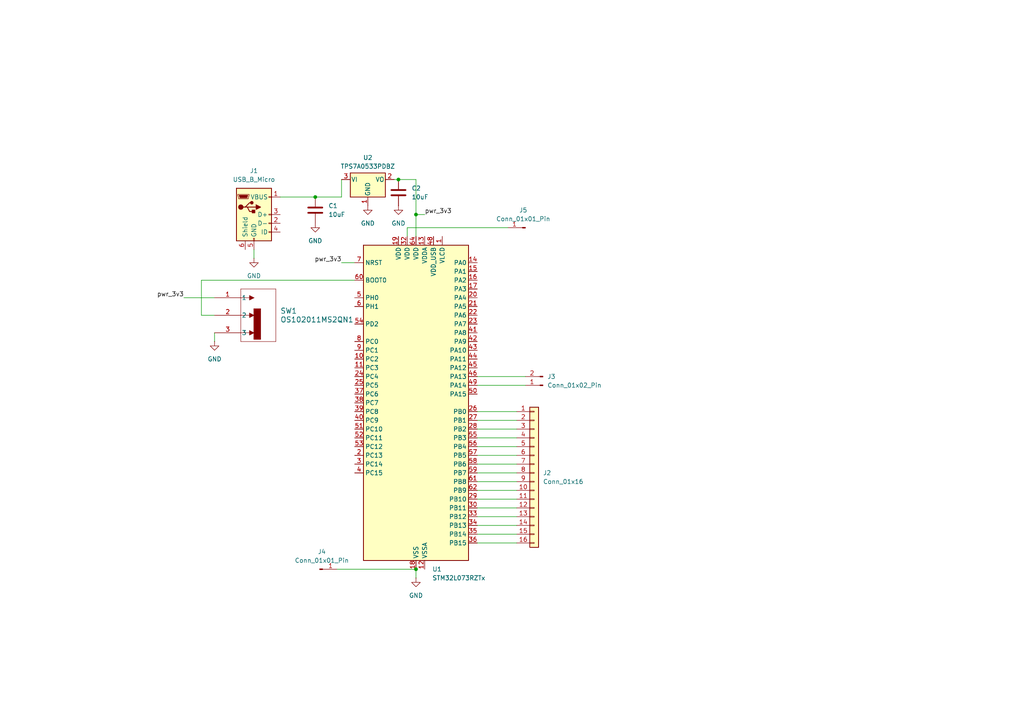
<source format=kicad_sch>
(kicad_sch
	(version 20231120)
	(generator "eeschema")
	(generator_version "8.0")
	(uuid "3f8ad41c-3b87-41eb-a3ad-c49584303db7")
	(paper "A4")
	(lib_symbols
		(symbol "2025-01-03_18-18-59:OS102011MS2QN1"
			(pin_names
				(offset 0.254)
			)
			(exclude_from_sim no)
			(in_bom yes)
			(on_board yes)
			(property "Reference" "SW"
				(at 13.97 8.255 0)
				(effects
					(font
						(size 1.524 1.524)
					)
				)
			)
			(property "Value" "OS102011MS2QN1"
				(at 20.32 5.08 0)
				(effects
					(font
						(size 1.524 1.524)
					)
				)
			)
			(property "Footprint" "SPDT_OS102011_CNK"
				(at 0 0 0)
				(effects
					(font
						(size 1.27 1.27)
						(italic yes)
					)
					(hide yes)
				)
			)
			(property "Datasheet" "OS102011MS2QN1"
				(at 0 0 0)
				(effects
					(font
						(size 1.27 1.27)
						(italic yes)
					)
					(hide yes)
				)
			)
			(property "Description" ""
				(at 0 0 0)
				(effects
					(font
						(size 1.27 1.27)
					)
					(hide yes)
				)
			)
			(property "ki_locked" ""
				(at 0 0 0)
				(effects
					(font
						(size 1.27 1.27)
					)
				)
			)
			(property "ki_keywords" "OS102011MS2QN1"
				(at 0 0 0)
				(effects
					(font
						(size 1.27 1.27)
					)
					(hide yes)
				)
			)
			(property "ki_fp_filters" "SPDT_OS102011_CNK"
				(at 0 0 0)
				(effects
					(font
						(size 1.27 1.27)
					)
					(hide yes)
				)
			)
			(symbol "OS102011MS2QN1_0_1"
				(polyline
					(pts
						(xy 7.62 -12.7) (xy 17.78 -12.7)
					)
					(stroke
						(width 0.127)
						(type default)
					)
					(fill
						(type none)
					)
				)
				(polyline
					(pts
						(xy 7.62 -10.16) (xy 11.43 -10.16)
					)
					(stroke
						(width 0.127)
						(type default)
					)
					(fill
						(type none)
					)
				)
				(polyline
					(pts
						(xy 7.62 -5.08) (xy 11.43 -5.08)
					)
					(stroke
						(width 0.127)
						(type default)
					)
					(fill
						(type none)
					)
				)
				(polyline
					(pts
						(xy 7.62 0) (xy 11.43 0)
					)
					(stroke
						(width 0.127)
						(type default)
					)
					(fill
						(type none)
					)
				)
				(polyline
					(pts
						(xy 7.62 2.54) (xy 7.62 -12.7)
					)
					(stroke
						(width 0.127)
						(type default)
					)
					(fill
						(type none)
					)
				)
				(polyline
					(pts
						(xy 10.16 -9.525) (xy 10.16 -10.795)
					)
					(stroke
						(width 0.127)
						(type default)
					)
					(fill
						(type none)
					)
				)
				(polyline
					(pts
						(xy 10.16 -4.445) (xy 10.16 -5.715)
					)
					(stroke
						(width 0.127)
						(type default)
					)
					(fill
						(type none)
					)
				)
				(polyline
					(pts
						(xy 10.16 0.635) (xy 10.16 -0.635)
					)
					(stroke
						(width 0.127)
						(type default)
					)
					(fill
						(type none)
					)
				)
				(polyline
					(pts
						(xy 11.43 -12.065) (xy 13.335 -12.065)
					)
					(stroke
						(width 0.127)
						(type default)
					)
					(fill
						(type none)
					)
				)
				(polyline
					(pts
						(xy 11.43 -10.16) (xy 10.16 -10.795)
					)
					(stroke
						(width 0.127)
						(type default)
					)
					(fill
						(type none)
					)
				)
				(polyline
					(pts
						(xy 11.43 -10.16) (xy 10.16 -9.525)
					)
					(stroke
						(width 0.127)
						(type default)
					)
					(fill
						(type none)
					)
				)
				(polyline
					(pts
						(xy 11.43 -5.08) (xy 10.16 -5.715)
					)
					(stroke
						(width 0.127)
						(type default)
					)
					(fill
						(type none)
					)
				)
				(polyline
					(pts
						(xy 11.43 -5.08) (xy 10.16 -4.445)
					)
					(stroke
						(width 0.127)
						(type default)
					)
					(fill
						(type none)
					)
				)
				(polyline
					(pts
						(xy 11.43 -3.175) (xy 11.43 -12.065)
					)
					(stroke
						(width 0.127)
						(type default)
					)
					(fill
						(type none)
					)
				)
				(polyline
					(pts
						(xy 11.43 0) (xy 10.16 -0.635)
					)
					(stroke
						(width 0.127)
						(type default)
					)
					(fill
						(type none)
					)
				)
				(polyline
					(pts
						(xy 11.43 0) (xy 10.16 0.635)
					)
					(stroke
						(width 0.127)
						(type default)
					)
					(fill
						(type none)
					)
				)
				(polyline
					(pts
						(xy 13.335 -12.065) (xy 13.335 -3.175)
					)
					(stroke
						(width 0.127)
						(type default)
					)
					(fill
						(type none)
					)
				)
				(polyline
					(pts
						(xy 13.335 -3.175) (xy 11.43 -3.175)
					)
					(stroke
						(width 0.127)
						(type default)
					)
					(fill
						(type none)
					)
				)
				(polyline
					(pts
						(xy 17.78 -12.7) (xy 17.78 2.54)
					)
					(stroke
						(width 0.127)
						(type default)
					)
					(fill
						(type none)
					)
				)
				(polyline
					(pts
						(xy 17.78 2.54) (xy 7.62 2.54)
					)
					(stroke
						(width 0.127)
						(type default)
					)
					(fill
						(type none)
					)
				)
				(polyline
					(pts
						(xy 10.16 -9.525) (xy 10.16 -10.795) (xy 11.43 -10.16)
					)
					(stroke
						(width 0)
						(type default)
					)
					(fill
						(type outline)
					)
				)
				(polyline
					(pts
						(xy 10.16 -4.445) (xy 10.16 -5.715) (xy 11.43 -5.08)
					)
					(stroke
						(width 0)
						(type default)
					)
					(fill
						(type outline)
					)
				)
				(polyline
					(pts
						(xy 10.16 0.635) (xy 10.16 -0.635) (xy 11.43 0)
					)
					(stroke
						(width 0)
						(type default)
					)
					(fill
						(type outline)
					)
				)
				(polyline
					(pts
						(xy 11.43 -3.175) (xy 11.43 -12.065) (xy 13.335 -12.065) (xy 13.335 -3.175)
					)
					(stroke
						(width 0)
						(type default)
					)
					(fill
						(type outline)
					)
				)
				(pin unspecified line
					(at 0 0 0)
					(length 7.62)
					(name "1"
						(effects
							(font
								(size 1.27 1.27)
							)
						)
					)
					(number "1"
						(effects
							(font
								(size 1.27 1.27)
							)
						)
					)
				)
				(pin unspecified line
					(at 0 -5.08 0)
					(length 7.62)
					(name "2"
						(effects
							(font
								(size 1.27 1.27)
							)
						)
					)
					(number "2"
						(effects
							(font
								(size 1.27 1.27)
							)
						)
					)
				)
				(pin unspecified line
					(at 0 -10.16 0)
					(length 7.62)
					(name "3"
						(effects
							(font
								(size 1.27 1.27)
							)
						)
					)
					(number "3"
						(effects
							(font
								(size 1.27 1.27)
							)
						)
					)
				)
			)
		)
		(symbol "Connector:Conn_01x01_Pin"
			(pin_names
				(offset 1.016) hide)
			(exclude_from_sim no)
			(in_bom yes)
			(on_board yes)
			(property "Reference" "J"
				(at 0 2.54 0)
				(effects
					(font
						(size 1.27 1.27)
					)
				)
			)
			(property "Value" "Conn_01x01_Pin"
				(at 0 -2.54 0)
				(effects
					(font
						(size 1.27 1.27)
					)
				)
			)
			(property "Footprint" ""
				(at 0 0 0)
				(effects
					(font
						(size 1.27 1.27)
					)
					(hide yes)
				)
			)
			(property "Datasheet" "~"
				(at 0 0 0)
				(effects
					(font
						(size 1.27 1.27)
					)
					(hide yes)
				)
			)
			(property "Description" "Generic connector, single row, 01x01, script generated"
				(at 0 0 0)
				(effects
					(font
						(size 1.27 1.27)
					)
					(hide yes)
				)
			)
			(property "ki_locked" ""
				(at 0 0 0)
				(effects
					(font
						(size 1.27 1.27)
					)
				)
			)
			(property "ki_keywords" "connector"
				(at 0 0 0)
				(effects
					(font
						(size 1.27 1.27)
					)
					(hide yes)
				)
			)
			(property "ki_fp_filters" "Connector*:*_1x??_*"
				(at 0 0 0)
				(effects
					(font
						(size 1.27 1.27)
					)
					(hide yes)
				)
			)
			(symbol "Conn_01x01_Pin_1_1"
				(polyline
					(pts
						(xy 1.27 0) (xy 0.8636 0)
					)
					(stroke
						(width 0.1524)
						(type default)
					)
					(fill
						(type none)
					)
				)
				(rectangle
					(start 0.8636 0.127)
					(end 0 -0.127)
					(stroke
						(width 0.1524)
						(type default)
					)
					(fill
						(type outline)
					)
				)
				(pin passive line
					(at 5.08 0 180)
					(length 3.81)
					(name "Pin_1"
						(effects
							(font
								(size 1.27 1.27)
							)
						)
					)
					(number "1"
						(effects
							(font
								(size 1.27 1.27)
							)
						)
					)
				)
			)
		)
		(symbol "Connector:Conn_01x02_Pin"
			(pin_names
				(offset 1.016) hide)
			(exclude_from_sim no)
			(in_bom yes)
			(on_board yes)
			(property "Reference" "J"
				(at 0 2.54 0)
				(effects
					(font
						(size 1.27 1.27)
					)
				)
			)
			(property "Value" "Conn_01x02_Pin"
				(at 0 -5.08 0)
				(effects
					(font
						(size 1.27 1.27)
					)
				)
			)
			(property "Footprint" ""
				(at 0 0 0)
				(effects
					(font
						(size 1.27 1.27)
					)
					(hide yes)
				)
			)
			(property "Datasheet" "~"
				(at 0 0 0)
				(effects
					(font
						(size 1.27 1.27)
					)
					(hide yes)
				)
			)
			(property "Description" "Generic connector, single row, 01x02, script generated"
				(at 0 0 0)
				(effects
					(font
						(size 1.27 1.27)
					)
					(hide yes)
				)
			)
			(property "ki_locked" ""
				(at 0 0 0)
				(effects
					(font
						(size 1.27 1.27)
					)
				)
			)
			(property "ki_keywords" "connector"
				(at 0 0 0)
				(effects
					(font
						(size 1.27 1.27)
					)
					(hide yes)
				)
			)
			(property "ki_fp_filters" "Connector*:*_1x??_*"
				(at 0 0 0)
				(effects
					(font
						(size 1.27 1.27)
					)
					(hide yes)
				)
			)
			(symbol "Conn_01x02_Pin_1_1"
				(polyline
					(pts
						(xy 1.27 -2.54) (xy 0.8636 -2.54)
					)
					(stroke
						(width 0.1524)
						(type default)
					)
					(fill
						(type none)
					)
				)
				(polyline
					(pts
						(xy 1.27 0) (xy 0.8636 0)
					)
					(stroke
						(width 0.1524)
						(type default)
					)
					(fill
						(type none)
					)
				)
				(rectangle
					(start 0.8636 -2.413)
					(end 0 -2.667)
					(stroke
						(width 0.1524)
						(type default)
					)
					(fill
						(type outline)
					)
				)
				(rectangle
					(start 0.8636 0.127)
					(end 0 -0.127)
					(stroke
						(width 0.1524)
						(type default)
					)
					(fill
						(type outline)
					)
				)
				(pin passive line
					(at 5.08 0 180)
					(length 3.81)
					(name "Pin_1"
						(effects
							(font
								(size 1.27 1.27)
							)
						)
					)
					(number "1"
						(effects
							(font
								(size 1.27 1.27)
							)
						)
					)
				)
				(pin passive line
					(at 5.08 -2.54 180)
					(length 3.81)
					(name "Pin_2"
						(effects
							(font
								(size 1.27 1.27)
							)
						)
					)
					(number "2"
						(effects
							(font
								(size 1.27 1.27)
							)
						)
					)
				)
			)
		)
		(symbol "Connector:USB_B_Micro"
			(pin_names
				(offset 1.016)
			)
			(exclude_from_sim no)
			(in_bom yes)
			(on_board yes)
			(property "Reference" "J"
				(at -5.08 11.43 0)
				(effects
					(font
						(size 1.27 1.27)
					)
					(justify left)
				)
			)
			(property "Value" "USB_B_Micro"
				(at -5.08 8.89 0)
				(effects
					(font
						(size 1.27 1.27)
					)
					(justify left)
				)
			)
			(property "Footprint" ""
				(at 3.81 -1.27 0)
				(effects
					(font
						(size 1.27 1.27)
					)
					(hide yes)
				)
			)
			(property "Datasheet" "~"
				(at 3.81 -1.27 0)
				(effects
					(font
						(size 1.27 1.27)
					)
					(hide yes)
				)
			)
			(property "Description" "USB Micro Type B connector"
				(at 0 0 0)
				(effects
					(font
						(size 1.27 1.27)
					)
					(hide yes)
				)
			)
			(property "ki_keywords" "connector USB micro"
				(at 0 0 0)
				(effects
					(font
						(size 1.27 1.27)
					)
					(hide yes)
				)
			)
			(property "ki_fp_filters" "USB*"
				(at 0 0 0)
				(effects
					(font
						(size 1.27 1.27)
					)
					(hide yes)
				)
			)
			(symbol "USB_B_Micro_0_1"
				(rectangle
					(start -5.08 -7.62)
					(end 5.08 7.62)
					(stroke
						(width 0.254)
						(type default)
					)
					(fill
						(type background)
					)
				)
				(circle
					(center -3.81 2.159)
					(radius 0.635)
					(stroke
						(width 0.254)
						(type default)
					)
					(fill
						(type outline)
					)
				)
				(circle
					(center -0.635 3.429)
					(radius 0.381)
					(stroke
						(width 0.254)
						(type default)
					)
					(fill
						(type outline)
					)
				)
				(rectangle
					(start -0.127 -7.62)
					(end 0.127 -6.858)
					(stroke
						(width 0)
						(type default)
					)
					(fill
						(type none)
					)
				)
				(polyline
					(pts
						(xy -1.905 2.159) (xy 0.635 2.159)
					)
					(stroke
						(width 0.254)
						(type default)
					)
					(fill
						(type none)
					)
				)
				(polyline
					(pts
						(xy -3.175 2.159) (xy -2.54 2.159) (xy -1.27 3.429) (xy -0.635 3.429)
					)
					(stroke
						(width 0.254)
						(type default)
					)
					(fill
						(type none)
					)
				)
				(polyline
					(pts
						(xy -2.54 2.159) (xy -1.905 2.159) (xy -1.27 0.889) (xy 0 0.889)
					)
					(stroke
						(width 0.254)
						(type default)
					)
					(fill
						(type none)
					)
				)
				(polyline
					(pts
						(xy 0.635 2.794) (xy 0.635 1.524) (xy 1.905 2.159) (xy 0.635 2.794)
					)
					(stroke
						(width 0.254)
						(type default)
					)
					(fill
						(type outline)
					)
				)
				(polyline
					(pts
						(xy -4.318 5.588) (xy -1.778 5.588) (xy -2.032 4.826) (xy -4.064 4.826) (xy -4.318 5.588)
					)
					(stroke
						(width 0)
						(type default)
					)
					(fill
						(type outline)
					)
				)
				(polyline
					(pts
						(xy -4.699 5.842) (xy -4.699 5.588) (xy -4.445 4.826) (xy -4.445 4.572) (xy -1.651 4.572) (xy -1.651 4.826)
						(xy -1.397 5.588) (xy -1.397 5.842) (xy -4.699 5.842)
					)
					(stroke
						(width 0)
						(type default)
					)
					(fill
						(type none)
					)
				)
				(rectangle
					(start 0.254 1.27)
					(end -0.508 0.508)
					(stroke
						(width 0.254)
						(type default)
					)
					(fill
						(type outline)
					)
				)
				(rectangle
					(start 5.08 -5.207)
					(end 4.318 -4.953)
					(stroke
						(width 0)
						(type default)
					)
					(fill
						(type none)
					)
				)
				(rectangle
					(start 5.08 -2.667)
					(end 4.318 -2.413)
					(stroke
						(width 0)
						(type default)
					)
					(fill
						(type none)
					)
				)
				(rectangle
					(start 5.08 -0.127)
					(end 4.318 0.127)
					(stroke
						(width 0)
						(type default)
					)
					(fill
						(type none)
					)
				)
				(rectangle
					(start 5.08 4.953)
					(end 4.318 5.207)
					(stroke
						(width 0)
						(type default)
					)
					(fill
						(type none)
					)
				)
			)
			(symbol "USB_B_Micro_1_1"
				(pin power_out line
					(at 7.62 5.08 180)
					(length 2.54)
					(name "VBUS"
						(effects
							(font
								(size 1.27 1.27)
							)
						)
					)
					(number "1"
						(effects
							(font
								(size 1.27 1.27)
							)
						)
					)
				)
				(pin bidirectional line
					(at 7.62 -2.54 180)
					(length 2.54)
					(name "D-"
						(effects
							(font
								(size 1.27 1.27)
							)
						)
					)
					(number "2"
						(effects
							(font
								(size 1.27 1.27)
							)
						)
					)
				)
				(pin bidirectional line
					(at 7.62 0 180)
					(length 2.54)
					(name "D+"
						(effects
							(font
								(size 1.27 1.27)
							)
						)
					)
					(number "3"
						(effects
							(font
								(size 1.27 1.27)
							)
						)
					)
				)
				(pin passive line
					(at 7.62 -5.08 180)
					(length 2.54)
					(name "ID"
						(effects
							(font
								(size 1.27 1.27)
							)
						)
					)
					(number "4"
						(effects
							(font
								(size 1.27 1.27)
							)
						)
					)
				)
				(pin power_out line
					(at 0 -10.16 90)
					(length 2.54)
					(name "GND"
						(effects
							(font
								(size 1.27 1.27)
							)
						)
					)
					(number "5"
						(effects
							(font
								(size 1.27 1.27)
							)
						)
					)
				)
				(pin passive line
					(at -2.54 -10.16 90)
					(length 2.54)
					(name "Shield"
						(effects
							(font
								(size 1.27 1.27)
							)
						)
					)
					(number "6"
						(effects
							(font
								(size 1.27 1.27)
							)
						)
					)
				)
			)
		)
		(symbol "Connector_Generic:Conn_01x16"
			(pin_names
				(offset 1.016) hide)
			(exclude_from_sim no)
			(in_bom yes)
			(on_board yes)
			(property "Reference" "J"
				(at 0 20.32 0)
				(effects
					(font
						(size 1.27 1.27)
					)
				)
			)
			(property "Value" "Conn_01x16"
				(at 0 -22.86 0)
				(effects
					(font
						(size 1.27 1.27)
					)
				)
			)
			(property "Footprint" ""
				(at 0 0 0)
				(effects
					(font
						(size 1.27 1.27)
					)
					(hide yes)
				)
			)
			(property "Datasheet" "~"
				(at 0 0 0)
				(effects
					(font
						(size 1.27 1.27)
					)
					(hide yes)
				)
			)
			(property "Description" "Generic connector, single row, 01x16, script generated (kicad-library-utils/schlib/autogen/connector/)"
				(at 0 0 0)
				(effects
					(font
						(size 1.27 1.27)
					)
					(hide yes)
				)
			)
			(property "ki_keywords" "connector"
				(at 0 0 0)
				(effects
					(font
						(size 1.27 1.27)
					)
					(hide yes)
				)
			)
			(property "ki_fp_filters" "Connector*:*_1x??_*"
				(at 0 0 0)
				(effects
					(font
						(size 1.27 1.27)
					)
					(hide yes)
				)
			)
			(symbol "Conn_01x16_1_1"
				(rectangle
					(start -1.27 -20.193)
					(end 0 -20.447)
					(stroke
						(width 0.1524)
						(type default)
					)
					(fill
						(type none)
					)
				)
				(rectangle
					(start -1.27 -17.653)
					(end 0 -17.907)
					(stroke
						(width 0.1524)
						(type default)
					)
					(fill
						(type none)
					)
				)
				(rectangle
					(start -1.27 -15.113)
					(end 0 -15.367)
					(stroke
						(width 0.1524)
						(type default)
					)
					(fill
						(type none)
					)
				)
				(rectangle
					(start -1.27 -12.573)
					(end 0 -12.827)
					(stroke
						(width 0.1524)
						(type default)
					)
					(fill
						(type none)
					)
				)
				(rectangle
					(start -1.27 -10.033)
					(end 0 -10.287)
					(stroke
						(width 0.1524)
						(type default)
					)
					(fill
						(type none)
					)
				)
				(rectangle
					(start -1.27 -7.493)
					(end 0 -7.747)
					(stroke
						(width 0.1524)
						(type default)
					)
					(fill
						(type none)
					)
				)
				(rectangle
					(start -1.27 -4.953)
					(end 0 -5.207)
					(stroke
						(width 0.1524)
						(type default)
					)
					(fill
						(type none)
					)
				)
				(rectangle
					(start -1.27 -2.413)
					(end 0 -2.667)
					(stroke
						(width 0.1524)
						(type default)
					)
					(fill
						(type none)
					)
				)
				(rectangle
					(start -1.27 0.127)
					(end 0 -0.127)
					(stroke
						(width 0.1524)
						(type default)
					)
					(fill
						(type none)
					)
				)
				(rectangle
					(start -1.27 2.667)
					(end 0 2.413)
					(stroke
						(width 0.1524)
						(type default)
					)
					(fill
						(type none)
					)
				)
				(rectangle
					(start -1.27 5.207)
					(end 0 4.953)
					(stroke
						(width 0.1524)
						(type default)
					)
					(fill
						(type none)
					)
				)
				(rectangle
					(start -1.27 7.747)
					(end 0 7.493)
					(stroke
						(width 0.1524)
						(type default)
					)
					(fill
						(type none)
					)
				)
				(rectangle
					(start -1.27 10.287)
					(end 0 10.033)
					(stroke
						(width 0.1524)
						(type default)
					)
					(fill
						(type none)
					)
				)
				(rectangle
					(start -1.27 12.827)
					(end 0 12.573)
					(stroke
						(width 0.1524)
						(type default)
					)
					(fill
						(type none)
					)
				)
				(rectangle
					(start -1.27 15.367)
					(end 0 15.113)
					(stroke
						(width 0.1524)
						(type default)
					)
					(fill
						(type none)
					)
				)
				(rectangle
					(start -1.27 17.907)
					(end 0 17.653)
					(stroke
						(width 0.1524)
						(type default)
					)
					(fill
						(type none)
					)
				)
				(rectangle
					(start -1.27 19.05)
					(end 1.27 -21.59)
					(stroke
						(width 0.254)
						(type default)
					)
					(fill
						(type background)
					)
				)
				(pin passive line
					(at -5.08 17.78 0)
					(length 3.81)
					(name "Pin_1"
						(effects
							(font
								(size 1.27 1.27)
							)
						)
					)
					(number "1"
						(effects
							(font
								(size 1.27 1.27)
							)
						)
					)
				)
				(pin passive line
					(at -5.08 -5.08 0)
					(length 3.81)
					(name "Pin_10"
						(effects
							(font
								(size 1.27 1.27)
							)
						)
					)
					(number "10"
						(effects
							(font
								(size 1.27 1.27)
							)
						)
					)
				)
				(pin passive line
					(at -5.08 -7.62 0)
					(length 3.81)
					(name "Pin_11"
						(effects
							(font
								(size 1.27 1.27)
							)
						)
					)
					(number "11"
						(effects
							(font
								(size 1.27 1.27)
							)
						)
					)
				)
				(pin passive line
					(at -5.08 -10.16 0)
					(length 3.81)
					(name "Pin_12"
						(effects
							(font
								(size 1.27 1.27)
							)
						)
					)
					(number "12"
						(effects
							(font
								(size 1.27 1.27)
							)
						)
					)
				)
				(pin passive line
					(at -5.08 -12.7 0)
					(length 3.81)
					(name "Pin_13"
						(effects
							(font
								(size 1.27 1.27)
							)
						)
					)
					(number "13"
						(effects
							(font
								(size 1.27 1.27)
							)
						)
					)
				)
				(pin passive line
					(at -5.08 -15.24 0)
					(length 3.81)
					(name "Pin_14"
						(effects
							(font
								(size 1.27 1.27)
							)
						)
					)
					(number "14"
						(effects
							(font
								(size 1.27 1.27)
							)
						)
					)
				)
				(pin passive line
					(at -5.08 -17.78 0)
					(length 3.81)
					(name "Pin_15"
						(effects
							(font
								(size 1.27 1.27)
							)
						)
					)
					(number "15"
						(effects
							(font
								(size 1.27 1.27)
							)
						)
					)
				)
				(pin passive line
					(at -5.08 -20.32 0)
					(length 3.81)
					(name "Pin_16"
						(effects
							(font
								(size 1.27 1.27)
							)
						)
					)
					(number "16"
						(effects
							(font
								(size 1.27 1.27)
							)
						)
					)
				)
				(pin passive line
					(at -5.08 15.24 0)
					(length 3.81)
					(name "Pin_2"
						(effects
							(font
								(size 1.27 1.27)
							)
						)
					)
					(number "2"
						(effects
							(font
								(size 1.27 1.27)
							)
						)
					)
				)
				(pin passive line
					(at -5.08 12.7 0)
					(length 3.81)
					(name "Pin_3"
						(effects
							(font
								(size 1.27 1.27)
							)
						)
					)
					(number "3"
						(effects
							(font
								(size 1.27 1.27)
							)
						)
					)
				)
				(pin passive line
					(at -5.08 10.16 0)
					(length 3.81)
					(name "Pin_4"
						(effects
							(font
								(size 1.27 1.27)
							)
						)
					)
					(number "4"
						(effects
							(font
								(size 1.27 1.27)
							)
						)
					)
				)
				(pin passive line
					(at -5.08 7.62 0)
					(length 3.81)
					(name "Pin_5"
						(effects
							(font
								(size 1.27 1.27)
							)
						)
					)
					(number "5"
						(effects
							(font
								(size 1.27 1.27)
							)
						)
					)
				)
				(pin passive line
					(at -5.08 5.08 0)
					(length 3.81)
					(name "Pin_6"
						(effects
							(font
								(size 1.27 1.27)
							)
						)
					)
					(number "6"
						(effects
							(font
								(size 1.27 1.27)
							)
						)
					)
				)
				(pin passive line
					(at -5.08 2.54 0)
					(length 3.81)
					(name "Pin_7"
						(effects
							(font
								(size 1.27 1.27)
							)
						)
					)
					(number "7"
						(effects
							(font
								(size 1.27 1.27)
							)
						)
					)
				)
				(pin passive line
					(at -5.08 0 0)
					(length 3.81)
					(name "Pin_8"
						(effects
							(font
								(size 1.27 1.27)
							)
						)
					)
					(number "8"
						(effects
							(font
								(size 1.27 1.27)
							)
						)
					)
				)
				(pin passive line
					(at -5.08 -2.54 0)
					(length 3.81)
					(name "Pin_9"
						(effects
							(font
								(size 1.27 1.27)
							)
						)
					)
					(number "9"
						(effects
							(font
								(size 1.27 1.27)
							)
						)
					)
				)
			)
		)
		(symbol "Device:C"
			(pin_numbers hide)
			(pin_names
				(offset 0.254)
			)
			(exclude_from_sim no)
			(in_bom yes)
			(on_board yes)
			(property "Reference" "C"
				(at 0.635 2.54 0)
				(effects
					(font
						(size 1.27 1.27)
					)
					(justify left)
				)
			)
			(property "Value" "C"
				(at 0.635 -2.54 0)
				(effects
					(font
						(size 1.27 1.27)
					)
					(justify left)
				)
			)
			(property "Footprint" ""
				(at 0.9652 -3.81 0)
				(effects
					(font
						(size 1.27 1.27)
					)
					(hide yes)
				)
			)
			(property "Datasheet" "~"
				(at 0 0 0)
				(effects
					(font
						(size 1.27 1.27)
					)
					(hide yes)
				)
			)
			(property "Description" "Unpolarized capacitor"
				(at 0 0 0)
				(effects
					(font
						(size 1.27 1.27)
					)
					(hide yes)
				)
			)
			(property "ki_keywords" "cap capacitor"
				(at 0 0 0)
				(effects
					(font
						(size 1.27 1.27)
					)
					(hide yes)
				)
			)
			(property "ki_fp_filters" "C_*"
				(at 0 0 0)
				(effects
					(font
						(size 1.27 1.27)
					)
					(hide yes)
				)
			)
			(symbol "C_0_1"
				(polyline
					(pts
						(xy -2.032 -0.762) (xy 2.032 -0.762)
					)
					(stroke
						(width 0.508)
						(type default)
					)
					(fill
						(type none)
					)
				)
				(polyline
					(pts
						(xy -2.032 0.762) (xy 2.032 0.762)
					)
					(stroke
						(width 0.508)
						(type default)
					)
					(fill
						(type none)
					)
				)
			)
			(symbol "C_1_1"
				(pin passive line
					(at 0 3.81 270)
					(length 2.794)
					(name "~"
						(effects
							(font
								(size 1.27 1.27)
							)
						)
					)
					(number "1"
						(effects
							(font
								(size 1.27 1.27)
							)
						)
					)
				)
				(pin passive line
					(at 0 -3.81 90)
					(length 2.794)
					(name "~"
						(effects
							(font
								(size 1.27 1.27)
							)
						)
					)
					(number "2"
						(effects
							(font
								(size 1.27 1.27)
							)
						)
					)
				)
			)
		)
		(symbol "MCU_ST_STM32L0:STM32L073RZTx"
			(exclude_from_sim no)
			(in_bom yes)
			(on_board yes)
			(property "Reference" "U"
				(at -15.24 46.99 0)
				(effects
					(font
						(size 1.27 1.27)
					)
					(justify left)
				)
			)
			(property "Value" "STM32L073RZTx"
				(at 10.16 46.99 0)
				(effects
					(font
						(size 1.27 1.27)
					)
					(justify left)
				)
			)
			(property "Footprint" "Package_QFP:LQFP-64_10x10mm_P0.5mm"
				(at -15.24 -45.72 0)
				(effects
					(font
						(size 1.27 1.27)
					)
					(justify right)
					(hide yes)
				)
			)
			(property "Datasheet" "https://www.st.com/resource/en/datasheet/stm32l073rz.pdf"
				(at 0 0 0)
				(effects
					(font
						(size 1.27 1.27)
					)
					(hide yes)
				)
			)
			(property "Description" "STMicroelectronics Arm Cortex-M0+ MCU, 192KB flash, 20KB RAM, 32 MHz, 1.65-3.6V, 51 GPIO, LQFP64"
				(at 0 0 0)
				(effects
					(font
						(size 1.27 1.27)
					)
					(hide yes)
				)
			)
			(property "ki_keywords" "Arm Cortex-M0+ STM32L0 STM32L0x3"
				(at 0 0 0)
				(effects
					(font
						(size 1.27 1.27)
					)
					(hide yes)
				)
			)
			(property "ki_fp_filters" "LQFP*10x10mm*P0.5mm*"
				(at 0 0 0)
				(effects
					(font
						(size 1.27 1.27)
					)
					(hide yes)
				)
			)
			(symbol "STM32L073RZTx_0_1"
				(rectangle
					(start -15.24 -45.72)
					(end 15.24 45.72)
					(stroke
						(width 0.254)
						(type default)
					)
					(fill
						(type background)
					)
				)
			)
			(symbol "STM32L073RZTx_1_1"
				(pin power_in line
					(at 7.62 48.26 270)
					(length 2.54)
					(name "VLCD"
						(effects
							(font
								(size 1.27 1.27)
							)
						)
					)
					(number "1"
						(effects
							(font
								(size 1.27 1.27)
							)
						)
					)
				)
				(pin bidirectional line
					(at -17.78 12.7 0)
					(length 2.54)
					(name "PC2"
						(effects
							(font
								(size 1.27 1.27)
							)
						)
					)
					(number "10"
						(effects
							(font
								(size 1.27 1.27)
							)
						)
					)
					(alternate "ADC_IN12" bidirectional line)
					(alternate "I2S2_MCK" bidirectional line)
					(alternate "LCD_SEG20" bidirectional line)
					(alternate "LPTIM1_IN2" bidirectional line)
					(alternate "SPI2_MISO" bidirectional line)
					(alternate "TSC_G7_IO3" bidirectional line)
				)
				(pin bidirectional line
					(at -17.78 10.16 0)
					(length 2.54)
					(name "PC3"
						(effects
							(font
								(size 1.27 1.27)
							)
						)
					)
					(number "11"
						(effects
							(font
								(size 1.27 1.27)
							)
						)
					)
					(alternate "ADC_IN13" bidirectional line)
					(alternate "I2S2_SD" bidirectional line)
					(alternate "LCD_SEG21" bidirectional line)
					(alternate "LPTIM1_ETR" bidirectional line)
					(alternate "SPI2_MOSI" bidirectional line)
					(alternate "TSC_G7_IO4" bidirectional line)
				)
				(pin power_in line
					(at 2.54 -48.26 90)
					(length 2.54)
					(name "VSSA"
						(effects
							(font
								(size 1.27 1.27)
							)
						)
					)
					(number "12"
						(effects
							(font
								(size 1.27 1.27)
							)
						)
					)
				)
				(pin power_in line
					(at 2.54 48.26 270)
					(length 2.54)
					(name "VDDA"
						(effects
							(font
								(size 1.27 1.27)
							)
						)
					)
					(number "13"
						(effects
							(font
								(size 1.27 1.27)
							)
						)
					)
				)
				(pin bidirectional line
					(at 17.78 40.64 180)
					(length 2.54)
					(name "PA0"
						(effects
							(font
								(size 1.27 1.27)
							)
						)
					)
					(number "14"
						(effects
							(font
								(size 1.27 1.27)
							)
						)
					)
					(alternate "ADC_IN0" bidirectional line)
					(alternate "COMP1_INM" bidirectional line)
					(alternate "COMP1_OUT" bidirectional line)
					(alternate "RTC_TAMP2" bidirectional line)
					(alternate "SYS_WKUP1" bidirectional line)
					(alternate "TIM2_CH1" bidirectional line)
					(alternate "TIM2_ETR" bidirectional line)
					(alternate "TSC_G1_IO1" bidirectional line)
					(alternate "USART2_CTS" bidirectional line)
					(alternate "USART4_TX" bidirectional line)
				)
				(pin bidirectional line
					(at 17.78 38.1 180)
					(length 2.54)
					(name "PA1"
						(effects
							(font
								(size 1.27 1.27)
							)
						)
					)
					(number "15"
						(effects
							(font
								(size 1.27 1.27)
							)
						)
					)
					(alternate "ADC_IN1" bidirectional line)
					(alternate "COMP1_INP" bidirectional line)
					(alternate "LCD_SEG0" bidirectional line)
					(alternate "TIM21_ETR" bidirectional line)
					(alternate "TIM2_CH2" bidirectional line)
					(alternate "TSC_G1_IO2" bidirectional line)
					(alternate "USART2_DE" bidirectional line)
					(alternate "USART2_RTS" bidirectional line)
					(alternate "USART4_RX" bidirectional line)
				)
				(pin bidirectional line
					(at 17.78 35.56 180)
					(length 2.54)
					(name "PA2"
						(effects
							(font
								(size 1.27 1.27)
							)
						)
					)
					(number "16"
						(effects
							(font
								(size 1.27 1.27)
							)
						)
					)
					(alternate "ADC_IN2" bidirectional line)
					(alternate "COMP2_INM" bidirectional line)
					(alternate "COMP2_OUT" bidirectional line)
					(alternate "LCD_SEG1" bidirectional line)
					(alternate "LPUART1_TX" bidirectional line)
					(alternate "TIM21_CH1" bidirectional line)
					(alternate "TIM2_CH3" bidirectional line)
					(alternate "TSC_G1_IO3" bidirectional line)
					(alternate "USART2_TX" bidirectional line)
				)
				(pin bidirectional line
					(at 17.78 33.02 180)
					(length 2.54)
					(name "PA3"
						(effects
							(font
								(size 1.27 1.27)
							)
						)
					)
					(number "17"
						(effects
							(font
								(size 1.27 1.27)
							)
						)
					)
					(alternate "ADC_IN3" bidirectional line)
					(alternate "COMP2_INP" bidirectional line)
					(alternate "LCD_SEG2" bidirectional line)
					(alternate "LPUART1_RX" bidirectional line)
					(alternate "TIM21_CH2" bidirectional line)
					(alternate "TIM2_CH4" bidirectional line)
					(alternate "TSC_G1_IO4" bidirectional line)
					(alternate "USART2_RX" bidirectional line)
				)
				(pin power_in line
					(at 0 -48.26 90)
					(length 2.54)
					(name "VSS"
						(effects
							(font
								(size 1.27 1.27)
							)
						)
					)
					(number "18"
						(effects
							(font
								(size 1.27 1.27)
							)
						)
					)
				)
				(pin power_in line
					(at -5.08 48.26 270)
					(length 2.54)
					(name "VDD"
						(effects
							(font
								(size 1.27 1.27)
							)
						)
					)
					(number "19"
						(effects
							(font
								(size 1.27 1.27)
							)
						)
					)
				)
				(pin bidirectional line
					(at -17.78 -15.24 0)
					(length 2.54)
					(name "PC13"
						(effects
							(font
								(size 1.27 1.27)
							)
						)
					)
					(number "2"
						(effects
							(font
								(size 1.27 1.27)
							)
						)
					)
					(alternate "RTC_OUT_ALARM" bidirectional line)
					(alternate "RTC_OUT_CALIB" bidirectional line)
					(alternate "RTC_TAMP1" bidirectional line)
					(alternate "RTC_TS" bidirectional line)
					(alternate "SYS_WKUP2" bidirectional line)
				)
				(pin bidirectional line
					(at 17.78 30.48 180)
					(length 2.54)
					(name "PA4"
						(effects
							(font
								(size 1.27 1.27)
							)
						)
					)
					(number "20"
						(effects
							(font
								(size 1.27 1.27)
							)
						)
					)
					(alternate "ADC_IN4" bidirectional line)
					(alternate "COMP1_INM" bidirectional line)
					(alternate "COMP2_INM" bidirectional line)
					(alternate "DAC_OUT1" bidirectional line)
					(alternate "SPI1_NSS" bidirectional line)
					(alternate "TIM22_ETR" bidirectional line)
					(alternate "TSC_G2_IO1" bidirectional line)
					(alternate "USART2_CK" bidirectional line)
				)
				(pin bidirectional line
					(at 17.78 27.94 180)
					(length 2.54)
					(name "PA5"
						(effects
							(font
								(size 1.27 1.27)
							)
						)
					)
					(number "21"
						(effects
							(font
								(size 1.27 1.27)
							)
						)
					)
					(alternate "ADC_IN5" bidirectional line)
					(alternate "COMP1_INM" bidirectional line)
					(alternate "COMP2_INM" bidirectional line)
					(alternate "DAC_OUT2" bidirectional line)
					(alternate "SPI1_SCK" bidirectional line)
					(alternate "TIM2_CH1" bidirectional line)
					(alternate "TIM2_ETR" bidirectional line)
					(alternate "TSC_G2_IO2" bidirectional line)
				)
				(pin bidirectional line
					(at 17.78 25.4 180)
					(length 2.54)
					(name "PA6"
						(effects
							(font
								(size 1.27 1.27)
							)
						)
					)
					(number "22"
						(effects
							(font
								(size 1.27 1.27)
							)
						)
					)
					(alternate "ADC_IN6" bidirectional line)
					(alternate "COMP1_OUT" bidirectional line)
					(alternate "LCD_SEG3" bidirectional line)
					(alternate "LPUART1_CTS" bidirectional line)
					(alternate "SPI1_MISO" bidirectional line)
					(alternate "TIM22_CH1" bidirectional line)
					(alternate "TIM3_CH1" bidirectional line)
					(alternate "TSC_G2_IO3" bidirectional line)
				)
				(pin bidirectional line
					(at 17.78 22.86 180)
					(length 2.54)
					(name "PA7"
						(effects
							(font
								(size 1.27 1.27)
							)
						)
					)
					(number "23"
						(effects
							(font
								(size 1.27 1.27)
							)
						)
					)
					(alternate "ADC_IN7" bidirectional line)
					(alternate "COMP2_OUT" bidirectional line)
					(alternate "LCD_SEG4" bidirectional line)
					(alternate "SPI1_MOSI" bidirectional line)
					(alternate "TIM22_CH2" bidirectional line)
					(alternate "TIM3_CH2" bidirectional line)
					(alternate "TSC_G2_IO4" bidirectional line)
				)
				(pin bidirectional line
					(at -17.78 7.62 0)
					(length 2.54)
					(name "PC4"
						(effects
							(font
								(size 1.27 1.27)
							)
						)
					)
					(number "24"
						(effects
							(font
								(size 1.27 1.27)
							)
						)
					)
					(alternate "ADC_IN14" bidirectional line)
					(alternate "LCD_SEG22" bidirectional line)
					(alternate "LPUART1_TX" bidirectional line)
				)
				(pin bidirectional line
					(at -17.78 5.08 0)
					(length 2.54)
					(name "PC5"
						(effects
							(font
								(size 1.27 1.27)
							)
						)
					)
					(number "25"
						(effects
							(font
								(size 1.27 1.27)
							)
						)
					)
					(alternate "ADC_IN15" bidirectional line)
					(alternate "LCD_SEG23" bidirectional line)
					(alternate "LPUART1_RX" bidirectional line)
					(alternate "TSC_G3_IO1" bidirectional line)
				)
				(pin bidirectional line
					(at 17.78 -2.54 180)
					(length 2.54)
					(name "PB0"
						(effects
							(font
								(size 1.27 1.27)
							)
						)
					)
					(number "26"
						(effects
							(font
								(size 1.27 1.27)
							)
						)
					)
					(alternate "ADC_IN8" bidirectional line)
					(alternate "LCD_SEG5" bidirectional line)
					(alternate "LCD_VLCD3" bidirectional line)
					(alternate "SYS_VREF_OUT_PB0" bidirectional line)
					(alternate "TIM3_CH3" bidirectional line)
					(alternate "TSC_G3_IO2" bidirectional line)
				)
				(pin bidirectional line
					(at 17.78 -5.08 180)
					(length 2.54)
					(name "PB1"
						(effects
							(font
								(size 1.27 1.27)
							)
						)
					)
					(number "27"
						(effects
							(font
								(size 1.27 1.27)
							)
						)
					)
					(alternate "ADC_IN9" bidirectional line)
					(alternate "LCD_SEG6" bidirectional line)
					(alternate "LPUART1_DE" bidirectional line)
					(alternate "LPUART1_RTS" bidirectional line)
					(alternate "SYS_VREF_OUT_PB1" bidirectional line)
					(alternate "TIM3_CH4" bidirectional line)
					(alternate "TSC_G3_IO3" bidirectional line)
				)
				(pin bidirectional line
					(at 17.78 -7.62 180)
					(length 2.54)
					(name "PB2"
						(effects
							(font
								(size 1.27 1.27)
							)
						)
					)
					(number "28"
						(effects
							(font
								(size 1.27 1.27)
							)
						)
					)
					(alternate "I2C3_SMBA" bidirectional line)
					(alternate "LCD_VLCD2" bidirectional line)
					(alternate "LPTIM1_OUT" bidirectional line)
					(alternate "TSC_G3_IO4" bidirectional line)
				)
				(pin bidirectional line
					(at 17.78 -27.94 180)
					(length 2.54)
					(name "PB10"
						(effects
							(font
								(size 1.27 1.27)
							)
						)
					)
					(number "29"
						(effects
							(font
								(size 1.27 1.27)
							)
						)
					)
					(alternate "I2C2_SCL" bidirectional line)
					(alternate "LCD_SEG10" bidirectional line)
					(alternate "LPUART1_RX" bidirectional line)
					(alternate "LPUART1_TX" bidirectional line)
					(alternate "SPI2_SCK" bidirectional line)
					(alternate "TIM2_CH3" bidirectional line)
					(alternate "TSC_SYNC" bidirectional line)
				)
				(pin bidirectional line
					(at -17.78 -17.78 0)
					(length 2.54)
					(name "PC14"
						(effects
							(font
								(size 1.27 1.27)
							)
						)
					)
					(number "3"
						(effects
							(font
								(size 1.27 1.27)
							)
						)
					)
					(alternate "RCC_OSC32_IN" bidirectional line)
				)
				(pin bidirectional line
					(at 17.78 -30.48 180)
					(length 2.54)
					(name "PB11"
						(effects
							(font
								(size 1.27 1.27)
							)
						)
					)
					(number "30"
						(effects
							(font
								(size 1.27 1.27)
							)
						)
					)
					(alternate "ADC_EXTI11" bidirectional line)
					(alternate "I2C2_SDA" bidirectional line)
					(alternate "LCD_SEG11" bidirectional line)
					(alternate "LPUART1_RX" bidirectional line)
					(alternate "LPUART1_TX" bidirectional line)
					(alternate "TIM2_CH4" bidirectional line)
					(alternate "TSC_G6_IO1" bidirectional line)
				)
				(pin passive line
					(at 0 -48.26 90)
					(length 2.54) hide
					(name "VSS"
						(effects
							(font
								(size 1.27 1.27)
							)
						)
					)
					(number "31"
						(effects
							(font
								(size 1.27 1.27)
							)
						)
					)
				)
				(pin power_in line
					(at -2.54 48.26 270)
					(length 2.54)
					(name "VDD"
						(effects
							(font
								(size 1.27 1.27)
							)
						)
					)
					(number "32"
						(effects
							(font
								(size 1.27 1.27)
							)
						)
					)
				)
				(pin bidirectional line
					(at 17.78 -33.02 180)
					(length 2.54)
					(name "PB12"
						(effects
							(font
								(size 1.27 1.27)
							)
						)
					)
					(number "33"
						(effects
							(font
								(size 1.27 1.27)
							)
						)
					)
					(alternate "I2S2_WS" bidirectional line)
					(alternate "LCD_SEG12" bidirectional line)
					(alternate "LCD_VLCD2" bidirectional line)
					(alternate "LPUART1_DE" bidirectional line)
					(alternate "LPUART1_RTS" bidirectional line)
					(alternate "SPI2_NSS" bidirectional line)
					(alternate "TSC_G6_IO2" bidirectional line)
				)
				(pin bidirectional line
					(at 17.78 -35.56 180)
					(length 2.54)
					(name "PB13"
						(effects
							(font
								(size 1.27 1.27)
							)
						)
					)
					(number "34"
						(effects
							(font
								(size 1.27 1.27)
							)
						)
					)
					(alternate "I2C2_SCL" bidirectional line)
					(alternate "I2S2_CK" bidirectional line)
					(alternate "LCD_SEG13" bidirectional line)
					(alternate "LPUART1_CTS" bidirectional line)
					(alternate "RCC_MCO" bidirectional line)
					(alternate "SPI2_SCK" bidirectional line)
					(alternate "TIM21_CH1" bidirectional line)
					(alternate "TSC_G6_IO3" bidirectional line)
				)
				(pin bidirectional line
					(at 17.78 -38.1 180)
					(length 2.54)
					(name "PB14"
						(effects
							(font
								(size 1.27 1.27)
							)
						)
					)
					(number "35"
						(effects
							(font
								(size 1.27 1.27)
							)
						)
					)
					(alternate "I2C2_SDA" bidirectional line)
					(alternate "I2S2_MCK" bidirectional line)
					(alternate "LCD_SEG14" bidirectional line)
					(alternate "LPUART1_DE" bidirectional line)
					(alternate "LPUART1_RTS" bidirectional line)
					(alternate "RTC_OUT_ALARM" bidirectional line)
					(alternate "RTC_OUT_CALIB" bidirectional line)
					(alternate "SPI2_MISO" bidirectional line)
					(alternate "TIM21_CH2" bidirectional line)
					(alternate "TSC_G6_IO4" bidirectional line)
				)
				(pin bidirectional line
					(at 17.78 -40.64 180)
					(length 2.54)
					(name "PB15"
						(effects
							(font
								(size 1.27 1.27)
							)
						)
					)
					(number "36"
						(effects
							(font
								(size 1.27 1.27)
							)
						)
					)
					(alternate "I2S2_SD" bidirectional line)
					(alternate "LCD_SEG15" bidirectional line)
					(alternate "RTC_REFIN" bidirectional line)
					(alternate "SPI2_MOSI" bidirectional line)
				)
				(pin bidirectional line
					(at -17.78 2.54 0)
					(length 2.54)
					(name "PC6"
						(effects
							(font
								(size 1.27 1.27)
							)
						)
					)
					(number "37"
						(effects
							(font
								(size 1.27 1.27)
							)
						)
					)
					(alternate "LCD_SEG24" bidirectional line)
					(alternate "TIM22_CH1" bidirectional line)
					(alternate "TIM3_CH1" bidirectional line)
					(alternate "TSC_G8_IO1" bidirectional line)
				)
				(pin bidirectional line
					(at -17.78 0 0)
					(length 2.54)
					(name "PC7"
						(effects
							(font
								(size 1.27 1.27)
							)
						)
					)
					(number "38"
						(effects
							(font
								(size 1.27 1.27)
							)
						)
					)
					(alternate "LCD_SEG25" bidirectional line)
					(alternate "TIM22_CH2" bidirectional line)
					(alternate "TIM3_CH2" bidirectional line)
					(alternate "TSC_G8_IO2" bidirectional line)
				)
				(pin bidirectional line
					(at -17.78 -2.54 0)
					(length 2.54)
					(name "PC8"
						(effects
							(font
								(size 1.27 1.27)
							)
						)
					)
					(number "39"
						(effects
							(font
								(size 1.27 1.27)
							)
						)
					)
					(alternate "LCD_SEG26" bidirectional line)
					(alternate "TIM22_ETR" bidirectional line)
					(alternate "TIM3_CH3" bidirectional line)
					(alternate "TSC_G8_IO3" bidirectional line)
				)
				(pin bidirectional line
					(at -17.78 -20.32 0)
					(length 2.54)
					(name "PC15"
						(effects
							(font
								(size 1.27 1.27)
							)
						)
					)
					(number "4"
						(effects
							(font
								(size 1.27 1.27)
							)
						)
					)
					(alternate "RCC_OSC32_OUT" bidirectional line)
				)
				(pin bidirectional line
					(at -17.78 -5.08 0)
					(length 2.54)
					(name "PC9"
						(effects
							(font
								(size 1.27 1.27)
							)
						)
					)
					(number "40"
						(effects
							(font
								(size 1.27 1.27)
							)
						)
					)
					(alternate "DAC_EXTI9" bidirectional line)
					(alternate "I2C3_SDA" bidirectional line)
					(alternate "LCD_SEG27" bidirectional line)
					(alternate "TIM21_ETR" bidirectional line)
					(alternate "TIM3_CH4" bidirectional line)
					(alternate "TSC_G8_IO4" bidirectional line)
					(alternate "USB_NOE" bidirectional line)
				)
				(pin bidirectional line
					(at 17.78 20.32 180)
					(length 2.54)
					(name "PA8"
						(effects
							(font
								(size 1.27 1.27)
							)
						)
					)
					(number "41"
						(effects
							(font
								(size 1.27 1.27)
							)
						)
					)
					(alternate "CRS_SYNC" bidirectional line)
					(alternate "I2C3_SCL" bidirectional line)
					(alternate "LCD_COM0" bidirectional line)
					(alternate "RCC_MCO" bidirectional line)
					(alternate "USART1_CK" bidirectional line)
				)
				(pin bidirectional line
					(at 17.78 17.78 180)
					(length 2.54)
					(name "PA9"
						(effects
							(font
								(size 1.27 1.27)
							)
						)
					)
					(number "42"
						(effects
							(font
								(size 1.27 1.27)
							)
						)
					)
					(alternate "DAC_EXTI9" bidirectional line)
					(alternate "I2C1_SCL" bidirectional line)
					(alternate "I2C3_SMBA" bidirectional line)
					(alternate "LCD_COM1" bidirectional line)
					(alternate "RCC_MCO" bidirectional line)
					(alternate "TSC_G4_IO1" bidirectional line)
					(alternate "USART1_TX" bidirectional line)
				)
				(pin bidirectional line
					(at 17.78 15.24 180)
					(length 2.54)
					(name "PA10"
						(effects
							(font
								(size 1.27 1.27)
							)
						)
					)
					(number "43"
						(effects
							(font
								(size 1.27 1.27)
							)
						)
					)
					(alternate "I2C1_SDA" bidirectional line)
					(alternate "LCD_COM2" bidirectional line)
					(alternate "TSC_G4_IO2" bidirectional line)
					(alternate "USART1_RX" bidirectional line)
				)
				(pin bidirectional line
					(at 17.78 12.7 180)
					(length 2.54)
					(name "PA11"
						(effects
							(font
								(size 1.27 1.27)
							)
						)
					)
					(number "44"
						(effects
							(font
								(size 1.27 1.27)
							)
						)
					)
					(alternate "ADC_EXTI11" bidirectional line)
					(alternate "COMP1_OUT" bidirectional line)
					(alternate "SPI1_MISO" bidirectional line)
					(alternate "TSC_G4_IO3" bidirectional line)
					(alternate "USART1_CTS" bidirectional line)
					(alternate "USB_DM" bidirectional line)
				)
				(pin bidirectional line
					(at 17.78 10.16 180)
					(length 2.54)
					(name "PA12"
						(effects
							(font
								(size 1.27 1.27)
							)
						)
					)
					(number "45"
						(effects
							(font
								(size 1.27 1.27)
							)
						)
					)
					(alternate "COMP2_OUT" bidirectional line)
					(alternate "SPI1_MOSI" bidirectional line)
					(alternate "TSC_G4_IO4" bidirectional line)
					(alternate "USART1_DE" bidirectional line)
					(alternate "USART1_RTS" bidirectional line)
					(alternate "USB_DP" bidirectional line)
				)
				(pin bidirectional line
					(at 17.78 7.62 180)
					(length 2.54)
					(name "PA13"
						(effects
							(font
								(size 1.27 1.27)
							)
						)
					)
					(number "46"
						(effects
							(font
								(size 1.27 1.27)
							)
						)
					)
					(alternate "LPUART1_RX" bidirectional line)
					(alternate "SYS_SWDIO" bidirectional line)
					(alternate "USB_NOE" bidirectional line)
				)
				(pin passive line
					(at 0 -48.26 90)
					(length 2.54) hide
					(name "VSS"
						(effects
							(font
								(size 1.27 1.27)
							)
						)
					)
					(number "47"
						(effects
							(font
								(size 1.27 1.27)
							)
						)
					)
				)
				(pin power_in line
					(at 5.08 48.26 270)
					(length 2.54)
					(name "VDD_USB"
						(effects
							(font
								(size 1.27 1.27)
							)
						)
					)
					(number "48"
						(effects
							(font
								(size 1.27 1.27)
							)
						)
					)
				)
				(pin bidirectional line
					(at 17.78 5.08 180)
					(length 2.54)
					(name "PA14"
						(effects
							(font
								(size 1.27 1.27)
							)
						)
					)
					(number "49"
						(effects
							(font
								(size 1.27 1.27)
							)
						)
					)
					(alternate "LPUART1_TX" bidirectional line)
					(alternate "SYS_SWCLK" bidirectional line)
					(alternate "USART2_TX" bidirectional line)
				)
				(pin bidirectional line
					(at -17.78 30.48 0)
					(length 2.54)
					(name "PH0"
						(effects
							(font
								(size 1.27 1.27)
							)
						)
					)
					(number "5"
						(effects
							(font
								(size 1.27 1.27)
							)
						)
					)
					(alternate "CRS_SYNC" bidirectional line)
					(alternate "RCC_OSC_IN" bidirectional line)
				)
				(pin bidirectional line
					(at 17.78 2.54 180)
					(length 2.54)
					(name "PA15"
						(effects
							(font
								(size 1.27 1.27)
							)
						)
					)
					(number "50"
						(effects
							(font
								(size 1.27 1.27)
							)
						)
					)
					(alternate "LCD_SEG17" bidirectional line)
					(alternate "SPI1_NSS" bidirectional line)
					(alternate "TIM2_CH1" bidirectional line)
					(alternate "TIM2_ETR" bidirectional line)
					(alternate "USART2_RX" bidirectional line)
					(alternate "USART4_DE" bidirectional line)
					(alternate "USART4_RTS" bidirectional line)
				)
				(pin bidirectional line
					(at -17.78 -7.62 0)
					(length 2.54)
					(name "PC10"
						(effects
							(font
								(size 1.27 1.27)
							)
						)
					)
					(number "51"
						(effects
							(font
								(size 1.27 1.27)
							)
						)
					)
					(alternate "LCD_COM4" bidirectional line)
					(alternate "LCD_SEG28" bidirectional line)
					(alternate "LPUART1_TX" bidirectional line)
					(alternate "USART4_TX" bidirectional line)
				)
				(pin bidirectional line
					(at -17.78 -10.16 0)
					(length 2.54)
					(name "PC11"
						(effects
							(font
								(size 1.27 1.27)
							)
						)
					)
					(number "52"
						(effects
							(font
								(size 1.27 1.27)
							)
						)
					)
					(alternate "ADC_EXTI11" bidirectional line)
					(alternate "LCD_COM5" bidirectional line)
					(alternate "LCD_SEG29" bidirectional line)
					(alternate "LPUART1_RX" bidirectional line)
					(alternate "USART4_RX" bidirectional line)
				)
				(pin bidirectional line
					(at -17.78 -12.7 0)
					(length 2.54)
					(name "PC12"
						(effects
							(font
								(size 1.27 1.27)
							)
						)
					)
					(number "53"
						(effects
							(font
								(size 1.27 1.27)
							)
						)
					)
					(alternate "LCD_COM6" bidirectional line)
					(alternate "LCD_SEG30" bidirectional line)
					(alternate "USART4_CK" bidirectional line)
					(alternate "USART5_TX" bidirectional line)
				)
				(pin bidirectional line
					(at -17.78 22.86 0)
					(length 2.54)
					(name "PD2"
						(effects
							(font
								(size 1.27 1.27)
							)
						)
					)
					(number "54"
						(effects
							(font
								(size 1.27 1.27)
							)
						)
					)
					(alternate "LCD_COM7" bidirectional line)
					(alternate "LCD_SEG31" bidirectional line)
					(alternate "LPUART1_DE" bidirectional line)
					(alternate "LPUART1_RTS" bidirectional line)
					(alternate "TIM3_ETR" bidirectional line)
					(alternate "USART5_RX" bidirectional line)
				)
				(pin bidirectional line
					(at 17.78 -10.16 180)
					(length 2.54)
					(name "PB3"
						(effects
							(font
								(size 1.27 1.27)
							)
						)
					)
					(number "55"
						(effects
							(font
								(size 1.27 1.27)
							)
						)
					)
					(alternate "COMP2_INM" bidirectional line)
					(alternate "LCD_SEG7" bidirectional line)
					(alternate "SPI1_SCK" bidirectional line)
					(alternate "TIM2_CH2" bidirectional line)
					(alternate "TSC_G5_IO1" bidirectional line)
					(alternate "USART1_DE" bidirectional line)
					(alternate "USART1_RTS" bidirectional line)
					(alternate "USART5_TX" bidirectional line)
				)
				(pin bidirectional line
					(at 17.78 -12.7 180)
					(length 2.54)
					(name "PB4"
						(effects
							(font
								(size 1.27 1.27)
							)
						)
					)
					(number "56"
						(effects
							(font
								(size 1.27 1.27)
							)
						)
					)
					(alternate "COMP2_INP" bidirectional line)
					(alternate "I2C3_SDA" bidirectional line)
					(alternate "LCD_SEG8" bidirectional line)
					(alternate "SPI1_MISO" bidirectional line)
					(alternate "TIM22_CH1" bidirectional line)
					(alternate "TIM3_CH1" bidirectional line)
					(alternate "TSC_G5_IO2" bidirectional line)
					(alternate "USART1_CTS" bidirectional line)
					(alternate "USART5_RX" bidirectional line)
				)
				(pin bidirectional line
					(at 17.78 -15.24 180)
					(length 2.54)
					(name "PB5"
						(effects
							(font
								(size 1.27 1.27)
							)
						)
					)
					(number "57"
						(effects
							(font
								(size 1.27 1.27)
							)
						)
					)
					(alternate "COMP2_INP" bidirectional line)
					(alternate "I2C1_SMBA" bidirectional line)
					(alternate "LCD_SEG9" bidirectional line)
					(alternate "LPTIM1_IN1" bidirectional line)
					(alternate "SPI1_MOSI" bidirectional line)
					(alternate "TIM22_CH2" bidirectional line)
					(alternate "TIM3_CH2" bidirectional line)
					(alternate "USART1_CK" bidirectional line)
					(alternate "USART5_CK" bidirectional line)
					(alternate "USART5_DE" bidirectional line)
					(alternate "USART5_RTS" bidirectional line)
				)
				(pin bidirectional line
					(at 17.78 -17.78 180)
					(length 2.54)
					(name "PB6"
						(effects
							(font
								(size 1.27 1.27)
							)
						)
					)
					(number "58"
						(effects
							(font
								(size 1.27 1.27)
							)
						)
					)
					(alternate "COMP2_INP" bidirectional line)
					(alternate "I2C1_SCL" bidirectional line)
					(alternate "LPTIM1_ETR" bidirectional line)
					(alternate "TSC_G5_IO3" bidirectional line)
					(alternate "USART1_TX" bidirectional line)
				)
				(pin bidirectional line
					(at 17.78 -20.32 180)
					(length 2.54)
					(name "PB7"
						(effects
							(font
								(size 1.27 1.27)
							)
						)
					)
					(number "59"
						(effects
							(font
								(size 1.27 1.27)
							)
						)
					)
					(alternate "COMP2_INP" bidirectional line)
					(alternate "I2C1_SDA" bidirectional line)
					(alternate "LPTIM1_IN2" bidirectional line)
					(alternate "SYS_PVD_IN" bidirectional line)
					(alternate "TSC_G5_IO4" bidirectional line)
					(alternate "USART1_RX" bidirectional line)
					(alternate "USART4_CTS" bidirectional line)
				)
				(pin bidirectional line
					(at -17.78 27.94 0)
					(length 2.54)
					(name "PH1"
						(effects
							(font
								(size 1.27 1.27)
							)
						)
					)
					(number "6"
						(effects
							(font
								(size 1.27 1.27)
							)
						)
					)
					(alternate "RCC_OSC_OUT" bidirectional line)
				)
				(pin input line
					(at -17.78 35.56 0)
					(length 2.54)
					(name "BOOT0"
						(effects
							(font
								(size 1.27 1.27)
							)
						)
					)
					(number "60"
						(effects
							(font
								(size 1.27 1.27)
							)
						)
					)
				)
				(pin bidirectional line
					(at 17.78 -22.86 180)
					(length 2.54)
					(name "PB8"
						(effects
							(font
								(size 1.27 1.27)
							)
						)
					)
					(number "61"
						(effects
							(font
								(size 1.27 1.27)
							)
						)
					)
					(alternate "I2C1_SCL" bidirectional line)
					(alternate "LCD_SEG16" bidirectional line)
					(alternate "TSC_SYNC" bidirectional line)
				)
				(pin bidirectional line
					(at 17.78 -25.4 180)
					(length 2.54)
					(name "PB9"
						(effects
							(font
								(size 1.27 1.27)
							)
						)
					)
					(number "62"
						(effects
							(font
								(size 1.27 1.27)
							)
						)
					)
					(alternate "DAC_EXTI9" bidirectional line)
					(alternate "I2C1_SDA" bidirectional line)
					(alternate "I2S2_WS" bidirectional line)
					(alternate "LCD_COM3" bidirectional line)
					(alternate "SPI2_NSS" bidirectional line)
				)
				(pin passive line
					(at 0 -48.26 90)
					(length 2.54) hide
					(name "VSS"
						(effects
							(font
								(size 1.27 1.27)
							)
						)
					)
					(number "63"
						(effects
							(font
								(size 1.27 1.27)
							)
						)
					)
				)
				(pin power_in line
					(at 0 48.26 270)
					(length 2.54)
					(name "VDD"
						(effects
							(font
								(size 1.27 1.27)
							)
						)
					)
					(number "64"
						(effects
							(font
								(size 1.27 1.27)
							)
						)
					)
				)
				(pin input line
					(at -17.78 40.64 0)
					(length 2.54)
					(name "NRST"
						(effects
							(font
								(size 1.27 1.27)
							)
						)
					)
					(number "7"
						(effects
							(font
								(size 1.27 1.27)
							)
						)
					)
				)
				(pin bidirectional line
					(at -17.78 17.78 0)
					(length 2.54)
					(name "PC0"
						(effects
							(font
								(size 1.27 1.27)
							)
						)
					)
					(number "8"
						(effects
							(font
								(size 1.27 1.27)
							)
						)
					)
					(alternate "ADC_IN10" bidirectional line)
					(alternate "I2C3_SCL" bidirectional line)
					(alternate "LCD_SEG18" bidirectional line)
					(alternate "LPTIM1_IN1" bidirectional line)
					(alternate "LPUART1_RX" bidirectional line)
					(alternate "TSC_G7_IO1" bidirectional line)
				)
				(pin bidirectional line
					(at -17.78 15.24 0)
					(length 2.54)
					(name "PC1"
						(effects
							(font
								(size 1.27 1.27)
							)
						)
					)
					(number "9"
						(effects
							(font
								(size 1.27 1.27)
							)
						)
					)
					(alternate "ADC_IN11" bidirectional line)
					(alternate "I2C3_SDA" bidirectional line)
					(alternate "LCD_SEG19" bidirectional line)
					(alternate "LPTIM1_OUT" bidirectional line)
					(alternate "LPUART1_TX" bidirectional line)
					(alternate "TSC_G7_IO2" bidirectional line)
				)
			)
		)
		(symbol "Regulator_Linear:TPS7A0533PDBZ"
			(pin_names
				(offset 0.254)
			)
			(exclude_from_sim no)
			(in_bom yes)
			(on_board yes)
			(property "Reference" "U"
				(at -3.81 3.175 0)
				(effects
					(font
						(size 1.27 1.27)
					)
				)
			)
			(property "Value" "TPS7A0533PDBZ"
				(at 0 3.175 0)
				(effects
					(font
						(size 1.27 1.27)
					)
					(justify left)
				)
			)
			(property "Footprint" "Package_TO_SOT_SMD:SOT-23"
				(at 0 5.08 0)
				(effects
					(font
						(size 1.27 1.27)
					)
					(hide yes)
				)
			)
			(property "Datasheet" "https://www.ti.com/lit/ds/symlink/tps7a05.pdf"
				(at 0 -1.27 0)
				(effects
					(font
						(size 1.27 1.27)
					)
					(hide yes)
				)
			)
			(property "Description" "200-mA Ultra-Low-Iq LDO, 3.3V, SOT-23-3"
				(at 0 0 0)
				(effects
					(font
						(size 1.27 1.27)
					)
					(hide yes)
				)
			)
			(property "ki_keywords" "Single Output LDO Low-Iq"
				(at 0 0 0)
				(effects
					(font
						(size 1.27 1.27)
					)
					(hide yes)
				)
			)
			(property "ki_fp_filters" "SOT?23*"
				(at 0 0 0)
				(effects
					(font
						(size 1.27 1.27)
					)
					(hide yes)
				)
			)
			(symbol "TPS7A0533PDBZ_0_1"
				(rectangle
					(start -5.08 -5.08)
					(end 5.08 1.905)
					(stroke
						(width 0.254)
						(type default)
					)
					(fill
						(type background)
					)
				)
			)
			(symbol "TPS7A0533PDBZ_1_1"
				(pin power_in line
					(at 0 -7.62 90)
					(length 2.54)
					(name "GND"
						(effects
							(font
								(size 1.27 1.27)
							)
						)
					)
					(number "1"
						(effects
							(font
								(size 1.27 1.27)
							)
						)
					)
				)
				(pin power_out line
					(at 7.62 0 180)
					(length 2.54)
					(name "VO"
						(effects
							(font
								(size 1.27 1.27)
							)
						)
					)
					(number "2"
						(effects
							(font
								(size 1.27 1.27)
							)
						)
					)
				)
				(pin power_in line
					(at -7.62 0 0)
					(length 2.54)
					(name "VI"
						(effects
							(font
								(size 1.27 1.27)
							)
						)
					)
					(number "3"
						(effects
							(font
								(size 1.27 1.27)
							)
						)
					)
				)
			)
		)
		(symbol "power:GND"
			(power)
			(pin_numbers hide)
			(pin_names
				(offset 0) hide)
			(exclude_from_sim no)
			(in_bom yes)
			(on_board yes)
			(property "Reference" "#PWR"
				(at 0 -6.35 0)
				(effects
					(font
						(size 1.27 1.27)
					)
					(hide yes)
				)
			)
			(property "Value" "GND"
				(at 0 -3.81 0)
				(effects
					(font
						(size 1.27 1.27)
					)
				)
			)
			(property "Footprint" ""
				(at 0 0 0)
				(effects
					(font
						(size 1.27 1.27)
					)
					(hide yes)
				)
			)
			(property "Datasheet" ""
				(at 0 0 0)
				(effects
					(font
						(size 1.27 1.27)
					)
					(hide yes)
				)
			)
			(property "Description" "Power symbol creates a global label with name \"GND\" , ground"
				(at 0 0 0)
				(effects
					(font
						(size 1.27 1.27)
					)
					(hide yes)
				)
			)
			(property "ki_keywords" "global power"
				(at 0 0 0)
				(effects
					(font
						(size 1.27 1.27)
					)
					(hide yes)
				)
			)
			(symbol "GND_0_1"
				(polyline
					(pts
						(xy 0 0) (xy 0 -1.27) (xy 1.27 -1.27) (xy 0 -2.54) (xy -1.27 -1.27) (xy 0 -1.27)
					)
					(stroke
						(width 0)
						(type default)
					)
					(fill
						(type none)
					)
				)
			)
			(symbol "GND_1_1"
				(pin power_in line
					(at 0 0 270)
					(length 0)
					(name "~"
						(effects
							(font
								(size 1.27 1.27)
							)
						)
					)
					(number "1"
						(effects
							(font
								(size 1.27 1.27)
							)
						)
					)
				)
			)
		)
	)
	(junction
		(at 115.57 52.07)
		(diameter 0)
		(color 0 0 0 0)
		(uuid "0aea73a0-8ec5-4cf6-9048-2f63c784e1cf")
	)
	(junction
		(at 120.65 62.23)
		(diameter 0)
		(color 0 0 0 0)
		(uuid "212964df-2616-459c-a29c-56278a16a6fa")
	)
	(junction
		(at 91.44 57.15)
		(diameter 0)
		(color 0 0 0 0)
		(uuid "7995c804-84bd-46ca-969c-912e577b7d97")
	)
	(junction
		(at 120.65 165.1)
		(diameter 0)
		(color 0 0 0 0)
		(uuid "8517bafb-17aa-41fb-a372-2110381935db")
	)
	(wire
		(pts
			(xy 118.11 66.04) (xy 147.32 66.04)
		)
		(stroke
			(width 0)
			(type default)
		)
		(uuid "01926cbe-82ee-48de-b0f9-7fc1c3ed2976")
	)
	(wire
		(pts
			(xy 73.66 72.39) (xy 73.66 74.93)
		)
		(stroke
			(width 0)
			(type default)
		)
		(uuid "034e7ca6-81e1-48a4-adc3-d59911189c43")
	)
	(wire
		(pts
			(xy 120.65 62.23) (xy 120.65 68.58)
		)
		(stroke
			(width 0)
			(type default)
		)
		(uuid "22509c24-9d8f-4c1c-ba26-308acc8a5b10")
	)
	(wire
		(pts
			(xy 81.28 57.15) (xy 91.44 57.15)
		)
		(stroke
			(width 0)
			(type default)
		)
		(uuid "300335fc-3971-4730-8c59-98978e6bbec3")
	)
	(wire
		(pts
			(xy 138.43 154.94) (xy 149.86 154.94)
		)
		(stroke
			(width 0)
			(type default)
		)
		(uuid "3009c24f-efca-4fa2-917d-e8b4e58e0528")
	)
	(wire
		(pts
			(xy 120.65 52.07) (xy 120.65 62.23)
		)
		(stroke
			(width 0)
			(type default)
		)
		(uuid "38a74acc-d933-450e-b54b-4bc68a19b507")
	)
	(wire
		(pts
			(xy 138.43 134.62) (xy 149.86 134.62)
		)
		(stroke
			(width 0)
			(type default)
		)
		(uuid "3f685f48-ee93-4fd4-ae09-074ec6d83d46")
	)
	(wire
		(pts
			(xy 138.43 152.4) (xy 149.86 152.4)
		)
		(stroke
			(width 0)
			(type default)
		)
		(uuid "452ff4ff-2316-49d2-b104-d9187a86dc47")
	)
	(wire
		(pts
			(xy 138.43 124.46) (xy 149.86 124.46)
		)
		(stroke
			(width 0)
			(type default)
		)
		(uuid "4575193d-8230-41cb-b831-d154ad0a2cf6")
	)
	(wire
		(pts
			(xy 138.43 119.38) (xy 149.86 119.38)
		)
		(stroke
			(width 0)
			(type default)
		)
		(uuid "46fa4420-e156-432c-8309-6e27ecae64f5")
	)
	(wire
		(pts
			(xy 138.43 121.92) (xy 149.86 121.92)
		)
		(stroke
			(width 0)
			(type default)
		)
		(uuid "521be492-a7ed-4c96-a680-f375126a874a")
	)
	(wire
		(pts
			(xy 138.43 137.16) (xy 149.86 137.16)
		)
		(stroke
			(width 0)
			(type default)
		)
		(uuid "52a2a580-831a-4731-ac44-c51c5fe0414c")
	)
	(wire
		(pts
			(xy 114.3 52.07) (xy 115.57 52.07)
		)
		(stroke
			(width 0)
			(type default)
		)
		(uuid "57e01236-5740-4079-9f80-90db1213a393")
	)
	(wire
		(pts
			(xy 97.79 165.1) (xy 120.65 165.1)
		)
		(stroke
			(width 0)
			(type default)
		)
		(uuid "5b5c4a0d-e0b9-43ef-933b-748dd0e09cea")
	)
	(wire
		(pts
			(xy 138.43 111.76) (xy 152.4 111.76)
		)
		(stroke
			(width 0)
			(type default)
		)
		(uuid "5fe04ab6-7803-441d-8222-93295775d639")
	)
	(wire
		(pts
			(xy 138.43 127) (xy 149.86 127)
		)
		(stroke
			(width 0)
			(type default)
		)
		(uuid "70a992eb-cd07-4edc-b1c7-757421ed1633")
	)
	(wire
		(pts
			(xy 118.11 68.58) (xy 118.11 66.04)
		)
		(stroke
			(width 0)
			(type default)
		)
		(uuid "74d558a9-6022-4560-a92a-fb8eeaf045ad")
	)
	(wire
		(pts
			(xy 99.06 57.15) (xy 99.06 52.07)
		)
		(stroke
			(width 0)
			(type default)
		)
		(uuid "78b84982-b925-433c-8897-f9ed057840f6")
	)
	(wire
		(pts
			(xy 138.43 132.08) (xy 149.86 132.08)
		)
		(stroke
			(width 0)
			(type default)
		)
		(uuid "7d7d458d-aafc-43a6-898e-fd2687dbd723")
	)
	(wire
		(pts
			(xy 138.43 147.32) (xy 149.86 147.32)
		)
		(stroke
			(width 0)
			(type default)
		)
		(uuid "80940a87-4bb8-4f2f-b865-5bb4ed9cefa2")
	)
	(wire
		(pts
			(xy 102.87 81.28) (xy 58.42 81.28)
		)
		(stroke
			(width 0)
			(type default)
		)
		(uuid "84e19a91-0b28-42c4-b34f-5959981a9e90")
	)
	(wire
		(pts
			(xy 58.42 81.28) (xy 58.42 91.44)
		)
		(stroke
			(width 0)
			(type default)
		)
		(uuid "8da39d57-e391-4758-9cd9-92f11c044aa5")
	)
	(wire
		(pts
			(xy 120.65 165.1) (xy 120.65 167.64)
		)
		(stroke
			(width 0)
			(type default)
		)
		(uuid "98cd1163-19c4-4a89-980b-cd1926cf096c")
	)
	(wire
		(pts
			(xy 53.34 86.36) (xy 62.23 86.36)
		)
		(stroke
			(width 0)
			(type default)
		)
		(uuid "9b15fdc2-02d3-4210-abd1-ac895e8a3921")
	)
	(wire
		(pts
			(xy 138.43 109.22) (xy 152.4 109.22)
		)
		(stroke
			(width 0)
			(type default)
		)
		(uuid "9b6aec18-0afb-401c-9691-f7c73eae6623")
	)
	(wire
		(pts
			(xy 138.43 157.48) (xy 149.86 157.48)
		)
		(stroke
			(width 0)
			(type default)
		)
		(uuid "abb98de7-d344-4c61-8041-d83c59587c10")
	)
	(wire
		(pts
			(xy 62.23 96.52) (xy 62.23 99.06)
		)
		(stroke
			(width 0)
			(type default)
		)
		(uuid "b5d299ee-b8b6-40f3-92d9-31ccae1688e4")
	)
	(wire
		(pts
			(xy 138.43 144.78) (xy 149.86 144.78)
		)
		(stroke
			(width 0)
			(type default)
		)
		(uuid "b7ebb246-7174-4cfc-a5c6-01c70a2601e4")
	)
	(wire
		(pts
			(xy 138.43 149.86) (xy 149.86 149.86)
		)
		(stroke
			(width 0)
			(type default)
		)
		(uuid "b828e6a7-3288-4559-b47b-3fc915491d5f")
	)
	(wire
		(pts
			(xy 58.42 91.44) (xy 62.23 91.44)
		)
		(stroke
			(width 0)
			(type default)
		)
		(uuid "b8dbf85a-11f4-43fa-a8ae-cbd7da72ab34")
	)
	(wire
		(pts
			(xy 91.44 57.15) (xy 99.06 57.15)
		)
		(stroke
			(width 0)
			(type default)
		)
		(uuid "c1aed915-10ed-4a72-825d-d3cf480b66d0")
	)
	(wire
		(pts
			(xy 138.43 139.7) (xy 149.86 139.7)
		)
		(stroke
			(width 0)
			(type default)
		)
		(uuid "d813fe02-fae3-4555-bb81-92a52de74256")
	)
	(wire
		(pts
			(xy 99.06 76.2) (xy 102.87 76.2)
		)
		(stroke
			(width 0)
			(type default)
		)
		(uuid "e61e4e07-10b6-4a2b-8189-1a4099b4116e")
	)
	(wire
		(pts
			(xy 138.43 129.54) (xy 149.86 129.54)
		)
		(stroke
			(width 0)
			(type default)
		)
		(uuid "e869b8b7-eab3-4230-8d86-465746b2d313")
	)
	(wire
		(pts
			(xy 138.43 142.24) (xy 149.86 142.24)
		)
		(stroke
			(width 0)
			(type default)
		)
		(uuid "f556c60b-2ddb-4134-86cb-abb801a89a85")
	)
	(wire
		(pts
			(xy 115.57 52.07) (xy 120.65 52.07)
		)
		(stroke
			(width 0)
			(type default)
		)
		(uuid "fd097aa2-95a6-4a03-9614-964a3d5c2dc1")
	)
	(wire
		(pts
			(xy 120.65 62.23) (xy 123.19 62.23)
		)
		(stroke
			(width 0)
			(type default)
		)
		(uuid "fe912de2-04a4-48cd-a411-de85bc1d73b6")
	)
	(label "pwr_3v3"
		(at 53.34 86.36 180)
		(fields_autoplaced yes)
		(effects
			(font
				(size 1.27 1.27)
			)
			(justify right bottom)
		)
		(uuid "408e57e8-8144-4c01-b8f7-cca0b9c1b59f")
	)
	(label "pwr_3v3"
		(at 99.06 76.2 180)
		(fields_autoplaced yes)
		(effects
			(font
				(size 1.27 1.27)
			)
			(justify right bottom)
		)
		(uuid "af34e1b5-19ae-4dec-b5da-de77c340d2d7")
	)
	(label "pwr_3v3"
		(at 123.19 62.23 0)
		(fields_autoplaced yes)
		(effects
			(font
				(size 1.27 1.27)
			)
			(justify left bottom)
		)
		(uuid "cc799217-c629-47d1-b479-1aadefd25f98")
	)
	(symbol
		(lib_id "Connector_Generic:Conn_01x16")
		(at 154.94 137.16 0)
		(unit 1)
		(exclude_from_sim no)
		(in_bom yes)
		(on_board yes)
		(dnp no)
		(fields_autoplaced yes)
		(uuid "0ad11407-c828-401b-9edd-c63e4c079dae")
		(property "Reference" "J2"
			(at 157.48 137.1599 0)
			(effects
				(font
					(size 1.27 1.27)
				)
				(justify left)
			)
		)
		(property "Value" "Conn_01x16"
			(at 157.48 139.6999 0)
			(effects
				(font
					(size 1.27 1.27)
				)
				(justify left)
			)
		)
		(property "Footprint" ""
			(at 154.94 137.16 0)
			(effects
				(font
					(size 1.27 1.27)
				)
				(hide yes)
			)
		)
		(property "Datasheet" "~"
			(at 154.94 137.16 0)
			(effects
				(font
					(size 1.27 1.27)
				)
				(hide yes)
			)
		)
		(property "Description" "Generic connector, single row, 01x16, script generated (kicad-library-utils/schlib/autogen/connector/)"
			(at 154.94 137.16 0)
			(effects
				(font
					(size 1.27 1.27)
				)
				(hide yes)
			)
		)
		(pin "14"
			(uuid "c3859192-e744-4466-9cb2-4d3849d1480e")
		)
		(pin "9"
			(uuid "66d86385-e03d-469a-9795-f38d40bb7222")
		)
		(pin "10"
			(uuid "61df834b-3c26-4406-b36d-6e1364629408")
		)
		(pin "15"
			(uuid "9d4c5701-da1f-4fc4-bc44-42aa8661151c")
		)
		(pin "3"
			(uuid "fa505c3e-b8a2-4417-b8a7-7307e69b5df7")
		)
		(pin "6"
			(uuid "d8460c7f-de92-4b80-9fd9-9c93f0ff5198")
		)
		(pin "4"
			(uuid "8ea4457e-ac77-4021-a023-908631f66396")
		)
		(pin "7"
			(uuid "e7a8748b-ed83-4d47-bdc8-7fe39d28b583")
		)
		(pin "5"
			(uuid "9c32edd7-db8a-4349-88f1-d4e22f98f0c3")
		)
		(pin "13"
			(uuid "2db0ede5-93a5-44e2-a8f7-48172c78ca59")
		)
		(pin "2"
			(uuid "9e233ed9-a52d-47e7-8019-19dc4b4608e1")
		)
		(pin "12"
			(uuid "c0874ec5-0c4b-4404-9d03-905a5ea9f933")
		)
		(pin "1"
			(uuid "46864729-7311-4d4e-b8d7-7759e478c084")
		)
		(pin "8"
			(uuid "fbc1734f-2cfe-44fb-bc59-923f0b8d26c9")
		)
		(pin "11"
			(uuid "f03b8cbb-4861-4c69-ad0b-7086e9037a20")
		)
		(pin "16"
			(uuid "5095a51e-fa11-4188-9d0d-f6f5eda65e33")
		)
		(instances
			(project ""
				(path "/3f8ad41c-3b87-41eb-a3ad-c49584303db7"
					(reference "J2")
					(unit 1)
				)
			)
		)
	)
	(symbol
		(lib_id "Regulator_Linear:TPS7A0533PDBZ")
		(at 106.68 52.07 0)
		(unit 1)
		(exclude_from_sim no)
		(in_bom yes)
		(on_board yes)
		(dnp no)
		(fields_autoplaced yes)
		(uuid "32304984-39ef-4495-b117-b7dee77797e8")
		(property "Reference" "U2"
			(at 106.68 45.72 0)
			(effects
				(font
					(size 1.27 1.27)
				)
			)
		)
		(property "Value" "TPS7A0533PDBZ"
			(at 106.68 48.26 0)
			(effects
				(font
					(size 1.27 1.27)
				)
			)
		)
		(property "Footprint" "Package_TO_SOT_SMD:SOT-23"
			(at 106.68 46.99 0)
			(effects
				(font
					(size 1.27 1.27)
				)
				(hide yes)
			)
		)
		(property "Datasheet" "https://www.ti.com/lit/ds/symlink/tps7a05.pdf"
			(at 106.68 53.34 0)
			(effects
				(font
					(size 1.27 1.27)
				)
				(hide yes)
			)
		)
		(property "Description" "200-mA Ultra-Low-Iq LDO, 3.3V, SOT-23-3"
			(at 106.68 52.07 0)
			(effects
				(font
					(size 1.27 1.27)
				)
				(hide yes)
			)
		)
		(pin "2"
			(uuid "017b6237-5b7c-4a4c-b011-5a10d1bcc5f9")
		)
		(pin "3"
			(uuid "90d4b024-58a5-41e1-b979-b136eef9a0b9")
		)
		(pin "1"
			(uuid "8b6a0e1c-b591-4885-a999-58d5e83be8f2")
		)
		(instances
			(project ""
				(path "/3f8ad41c-3b87-41eb-a3ad-c49584303db7"
					(reference "U2")
					(unit 1)
				)
			)
		)
	)
	(symbol
		(lib_id "Device:C")
		(at 91.44 60.96 0)
		(unit 1)
		(exclude_from_sim no)
		(in_bom yes)
		(on_board yes)
		(dnp no)
		(fields_autoplaced yes)
		(uuid "325aba4d-4f48-4965-a1ec-e05c56e5a68c")
		(property "Reference" "C1"
			(at 95.25 59.6899 0)
			(effects
				(font
					(size 1.27 1.27)
				)
				(justify left)
			)
		)
		(property "Value" "10uF"
			(at 95.25 62.2299 0)
			(effects
				(font
					(size 1.27 1.27)
				)
				(justify left)
			)
		)
		(property "Footprint" ""
			(at 92.4052 64.77 0)
			(effects
				(font
					(size 1.27 1.27)
				)
				(hide yes)
			)
		)
		(property "Datasheet" "~"
			(at 91.44 60.96 0)
			(effects
				(font
					(size 1.27 1.27)
				)
				(hide yes)
			)
		)
		(property "Description" "Unpolarized capacitor"
			(at 91.44 60.96 0)
			(effects
				(font
					(size 1.27 1.27)
				)
				(hide yes)
			)
		)
		(pin "2"
			(uuid "71e23687-877d-4526-9c51-794c6fbd7204")
		)
		(pin "1"
			(uuid "98304f36-18bd-45f6-b13e-1eae7c1e176c")
		)
		(instances
			(project ""
				(path "/3f8ad41c-3b87-41eb-a3ad-c49584303db7"
					(reference "C1")
					(unit 1)
				)
			)
		)
	)
	(symbol
		(lib_id "power:GND")
		(at 73.66 74.93 0)
		(unit 1)
		(exclude_from_sim no)
		(in_bom yes)
		(on_board yes)
		(dnp no)
		(fields_autoplaced yes)
		(uuid "46493ded-f3ac-4bc3-bffe-1f5470ac9ae8")
		(property "Reference" "#PWR05"
			(at 73.66 81.28 0)
			(effects
				(font
					(size 1.27 1.27)
				)
				(hide yes)
			)
		)
		(property "Value" "GND"
			(at 73.66 80.01 0)
			(effects
				(font
					(size 1.27 1.27)
				)
			)
		)
		(property "Footprint" ""
			(at 73.66 74.93 0)
			(effects
				(font
					(size 1.27 1.27)
				)
				(hide yes)
			)
		)
		(property "Datasheet" ""
			(at 73.66 74.93 0)
			(effects
				(font
					(size 1.27 1.27)
				)
				(hide yes)
			)
		)
		(property "Description" "Power symbol creates a global label with name \"GND\" , ground"
			(at 73.66 74.93 0)
			(effects
				(font
					(size 1.27 1.27)
				)
				(hide yes)
			)
		)
		(pin "1"
			(uuid "268a6eaa-9207-4176-8f0e-992c73d87a05")
		)
		(instances
			(project ""
				(path "/3f8ad41c-3b87-41eb-a3ad-c49584303db7"
					(reference "#PWR05")
					(unit 1)
				)
			)
		)
	)
	(symbol
		(lib_id "Connector:Conn_01x02_Pin")
		(at 157.48 111.76 180)
		(unit 1)
		(exclude_from_sim no)
		(in_bom yes)
		(on_board yes)
		(dnp no)
		(fields_autoplaced yes)
		(uuid "73e8fb63-6ed2-462d-afd6-be5d5aaedcc5")
		(property "Reference" "J3"
			(at 158.75 109.2199 0)
			(effects
				(font
					(size 1.27 1.27)
				)
				(justify right)
			)
		)
		(property "Value" "Conn_01x02_Pin"
			(at 158.75 111.7599 0)
			(effects
				(font
					(size 1.27 1.27)
				)
				(justify right)
			)
		)
		(property "Footprint" ""
			(at 157.48 111.76 0)
			(effects
				(font
					(size 1.27 1.27)
				)
				(hide yes)
			)
		)
		(property "Datasheet" "~"
			(at 157.48 111.76 0)
			(effects
				(font
					(size 1.27 1.27)
				)
				(hide yes)
			)
		)
		(property "Description" "Generic connector, single row, 01x02, script generated"
			(at 157.48 111.76 0)
			(effects
				(font
					(size 1.27 1.27)
				)
				(hide yes)
			)
		)
		(pin "2"
			(uuid "c385a4a1-78e1-4901-8302-18497b39080d")
		)
		(pin "1"
			(uuid "73ffbf5f-9e7e-4d3a-9837-eebf3109ddd4")
		)
		(instances
			(project ""
				(path "/3f8ad41c-3b87-41eb-a3ad-c49584303db7"
					(reference "J3")
					(unit 1)
				)
			)
		)
	)
	(symbol
		(lib_id "power:GND")
		(at 115.57 59.69 0)
		(unit 1)
		(exclude_from_sim no)
		(in_bom yes)
		(on_board yes)
		(dnp no)
		(fields_autoplaced yes)
		(uuid "78187aff-a4a4-42b5-ad8e-09513c1fc400")
		(property "Reference" "#PWR03"
			(at 115.57 66.04 0)
			(effects
				(font
					(size 1.27 1.27)
				)
				(hide yes)
			)
		)
		(property "Value" "GND"
			(at 115.57 64.77 0)
			(effects
				(font
					(size 1.27 1.27)
				)
			)
		)
		(property "Footprint" ""
			(at 115.57 59.69 0)
			(effects
				(font
					(size 1.27 1.27)
				)
				(hide yes)
			)
		)
		(property "Datasheet" ""
			(at 115.57 59.69 0)
			(effects
				(font
					(size 1.27 1.27)
				)
				(hide yes)
			)
		)
		(property "Description" "Power symbol creates a global label with name \"GND\" , ground"
			(at 115.57 59.69 0)
			(effects
				(font
					(size 1.27 1.27)
				)
				(hide yes)
			)
		)
		(pin "1"
			(uuid "06be836b-e83a-4e06-9f47-2dd25d2599f9")
		)
		(instances
			(project ""
				(path "/3f8ad41c-3b87-41eb-a3ad-c49584303db7"
					(reference "#PWR03")
					(unit 1)
				)
			)
		)
	)
	(symbol
		(lib_id "power:GND")
		(at 91.44 64.77 0)
		(unit 1)
		(exclude_from_sim no)
		(in_bom yes)
		(on_board yes)
		(dnp no)
		(fields_autoplaced yes)
		(uuid "80160a8a-d1d1-45a1-9684-422d8ca6da6e")
		(property "Reference" "#PWR01"
			(at 91.44 71.12 0)
			(effects
				(font
					(size 1.27 1.27)
				)
				(hide yes)
			)
		)
		(property "Value" "GND"
			(at 91.44 69.85 0)
			(effects
				(font
					(size 1.27 1.27)
				)
			)
		)
		(property "Footprint" ""
			(at 91.44 64.77 0)
			(effects
				(font
					(size 1.27 1.27)
				)
				(hide yes)
			)
		)
		(property "Datasheet" ""
			(at 91.44 64.77 0)
			(effects
				(font
					(size 1.27 1.27)
				)
				(hide yes)
			)
		)
		(property "Description" "Power symbol creates a global label with name \"GND\" , ground"
			(at 91.44 64.77 0)
			(effects
				(font
					(size 1.27 1.27)
				)
				(hide yes)
			)
		)
		(pin "1"
			(uuid "e0f0032c-3164-4cbc-b85e-ed8a029533a4")
		)
		(instances
			(project ""
				(path "/3f8ad41c-3b87-41eb-a3ad-c49584303db7"
					(reference "#PWR01")
					(unit 1)
				)
			)
		)
	)
	(symbol
		(lib_id "MCU_ST_STM32L0:STM32L073RZTx")
		(at 120.65 116.84 0)
		(unit 1)
		(exclude_from_sim no)
		(in_bom yes)
		(on_board yes)
		(dnp no)
		(fields_autoplaced yes)
		(uuid "83eea185-039f-461e-bf8a-eb3bd1b2cadf")
		(property "Reference" "U1"
			(at 125.3841 165.1 0)
			(effects
				(font
					(size 1.27 1.27)
				)
				(justify left)
			)
		)
		(property "Value" "STM32L073RZTx"
			(at 125.3841 167.64 0)
			(effects
				(font
					(size 1.27 1.27)
				)
				(justify left)
			)
		)
		(property "Footprint" "Package_QFP:LQFP-64_10x10mm_P0.5mm"
			(at 105.41 162.56 0)
			(effects
				(font
					(size 1.27 1.27)
				)
				(justify right)
				(hide yes)
			)
		)
		(property "Datasheet" "https://www.st.com/resource/en/datasheet/stm32l073rz.pdf"
			(at 120.65 116.84 0)
			(effects
				(font
					(size 1.27 1.27)
				)
				(hide yes)
			)
		)
		(property "Description" "STMicroelectronics Arm Cortex-M0+ MCU, 192KB flash, 20KB RAM, 32 MHz, 1.65-3.6V, 51 GPIO, LQFP64"
			(at 120.65 116.84 0)
			(effects
				(font
					(size 1.27 1.27)
				)
				(hide yes)
			)
		)
		(pin "17"
			(uuid "2b7f6329-6910-43d3-876a-ee3b6f15f844")
		)
		(pin "57"
			(uuid "ba6d86e0-bb6c-4567-a542-4d0cde7034d4")
		)
		(pin "15"
			(uuid "59e3c1fd-f358-4bb6-b7ba-c826a003a72f")
		)
		(pin "40"
			(uuid "678f22a8-7f3b-4384-ba70-41ad58b1a78f")
		)
		(pin "39"
			(uuid "281f516c-9769-42ef-ac19-183b06c2af7b")
		)
		(pin "46"
			(uuid "f9ae9721-9ed8-4ffc-bb39-e7f0e8cc97b1")
		)
		(pin "52"
			(uuid "156929cd-6728-4d0b-8439-0b31fd8bb1a8")
		)
		(pin "58"
			(uuid "80ebbf31-eb14-4012-a361-eeb9555edd11")
		)
		(pin "16"
			(uuid "5beab8e1-7ff7-4faa-8815-75b7e03948ad")
		)
		(pin "6"
			(uuid "c6ee862b-514f-4dca-b3c5-3307ac152d60")
		)
		(pin "62"
			(uuid "c32f5943-b017-49ed-bf02-ac6a1e15cb82")
		)
		(pin "63"
			(uuid "87c0b4d5-c33d-42b0-816c-8a5b1999867e")
		)
		(pin "35"
			(uuid "3b5162b0-99b7-4e38-9040-2302e58a1950")
		)
		(pin "59"
			(uuid "d7b60e50-478e-4abf-b4ef-448b80f5b741")
		)
		(pin "12"
			(uuid "c6881482-9703-477c-900a-834653915325")
		)
		(pin "20"
			(uuid "e1e31c98-c315-4460-bb47-e5d7609ccb56")
		)
		(pin "18"
			(uuid "c225eb62-0191-4708-9ef4-df23559b6ffc")
		)
		(pin "11"
			(uuid "b14800ba-4ad1-40a8-9cf2-b53244224b59")
		)
		(pin "26"
			(uuid "a981ae7c-e4d7-4270-a166-2bfce9fd93a9")
		)
		(pin "31"
			(uuid "b2e14932-857b-4d46-a0dd-0cefc2eaa1ab")
		)
		(pin "33"
			(uuid "9b9dc292-5f49-40f6-9d26-6fbef8db7ec9")
		)
		(pin "49"
			(uuid "f92716b2-3bf4-40cd-847b-e65d4edb292f")
		)
		(pin "60"
			(uuid "45ba0eab-0cc5-47e1-b82d-79d82277d193")
		)
		(pin "64"
			(uuid "966b652b-c21d-4f12-bd40-7b52af539c9f")
		)
		(pin "7"
			(uuid "e519b243-0b17-480f-b6a8-70c747bd5662")
		)
		(pin "61"
			(uuid "55ff5bff-b2e3-4827-83ac-8ad21469614e")
		)
		(pin "8"
			(uuid "988a3c24-7c47-4b3c-b069-843b610cce7d")
		)
		(pin "25"
			(uuid "4faa80af-a63f-4566-ace1-0941b8b46c7e")
		)
		(pin "29"
			(uuid "0fd35d81-5ce0-4d86-a78b-8af237d92f9a")
		)
		(pin "14"
			(uuid "facadaa5-cc36-4ce3-aeff-b60d5ed6eaf1")
		)
		(pin "36"
			(uuid "5fddb875-e7f5-498e-94d4-89e706d67d36")
		)
		(pin "41"
			(uuid "b36937d9-8440-4417-8a93-31e3dcf4773c")
		)
		(pin "42"
			(uuid "18f1d2fc-4ec9-4b37-85db-e8c858f01194")
		)
		(pin "3"
			(uuid "b7a63076-dcb4-42b0-9d69-b2da055f4b71")
		)
		(pin "30"
			(uuid "a193d33e-85de-4f14-9f4f-9d55e45dbf18")
		)
		(pin "9"
			(uuid "67dc9014-7e64-4def-b172-c87fe1cab9bd")
		)
		(pin "48"
			(uuid "c79e8876-fb4b-4180-aba5-0c8939100929")
		)
		(pin "13"
			(uuid "0b1c3cec-87b2-4e65-aac5-ef7f0cbaebdb")
		)
		(pin "2"
			(uuid "c478219e-3019-4458-8e3e-47d2b839d7a0")
		)
		(pin "27"
			(uuid "996343f3-1c43-41cd-a101-52aef19c0803")
		)
		(pin "1"
			(uuid "b4b006d3-264d-497f-ace1-c47dda340b2f")
		)
		(pin "24"
			(uuid "39938ca4-ac09-4314-b524-68960048dce5")
		)
		(pin "28"
			(uuid "9529f462-f0ce-4a6f-9a94-fcc75590ef0b")
		)
		(pin "32"
			(uuid "e997f801-c06a-4f90-b654-cbbcfa7e5f62")
		)
		(pin "34"
			(uuid "c2449bc0-73c4-4437-8110-ce217055e9e7")
		)
		(pin "43"
			(uuid "5bab8c00-7993-4f64-a5c6-900b02f26af5")
		)
		(pin "44"
			(uuid "c1e78994-09cb-4c39-b353-b93aca6e32fa")
		)
		(pin "45"
			(uuid "2abad520-83cd-43c4-9afa-f36c0fc29b77")
		)
		(pin "10"
			(uuid "994456f6-387d-429a-b7e9-228b9e476b1e")
		)
		(pin "4"
			(uuid "a8247d7a-cd2e-44ec-ba03-37ccc6bef24d")
		)
		(pin "5"
			(uuid "f2d6db50-3a5c-40fe-bef5-10ad943b29ed")
		)
		(pin "51"
			(uuid "60eca925-78df-46de-9b9e-e9490aa47589")
		)
		(pin "23"
			(uuid "d010509d-ebfa-497a-b3c7-fc8cf53d6235")
		)
		(pin "50"
			(uuid "a7606aec-4267-400b-983c-f8e7d168d4f0")
		)
		(pin "54"
			(uuid "d1b96d28-315a-4469-accb-9f5f1dc5a121")
		)
		(pin "21"
			(uuid "c1a773a7-c484-419b-b9af-505561360131")
		)
		(pin "38"
			(uuid "4af7def0-36c3-4199-9d07-4d3725fc7486")
		)
		(pin "47"
			(uuid "d79fe311-de61-4dd8-b670-ed11034ce0d7")
		)
		(pin "22"
			(uuid "8ca1be56-6c09-434f-9cca-1b3bc2a8a3d5")
		)
		(pin "53"
			(uuid "bd2a950d-96d0-4305-9a82-8f6bb7aa8af2")
		)
		(pin "55"
			(uuid "17d2455a-31a6-4a98-960c-d4c69da0a8f6")
		)
		(pin "56"
			(uuid "c10a5d13-f191-4394-8137-61ab654c34d0")
		)
		(pin "19"
			(uuid "2f25060c-7866-4503-b698-751c094505f7")
		)
		(pin "37"
			(uuid "8bd09b25-a165-430a-b275-62689d192d03")
		)
		(instances
			(project ""
				(path "/3f8ad41c-3b87-41eb-a3ad-c49584303db7"
					(reference "U1")
					(unit 1)
				)
			)
		)
	)
	(symbol
		(lib_id "Connector:Conn_01x01_Pin")
		(at 92.71 165.1 0)
		(unit 1)
		(exclude_from_sim no)
		(in_bom yes)
		(on_board yes)
		(dnp no)
		(fields_autoplaced yes)
		(uuid "90e0b0e4-d0c7-4d0c-8acd-2e752bcbc54f")
		(property "Reference" "J4"
			(at 93.345 160.02 0)
			(effects
				(font
					(size 1.27 1.27)
				)
			)
		)
		(property "Value" "Conn_01x01_Pin"
			(at 93.345 162.56 0)
			(effects
				(font
					(size 1.27 1.27)
				)
			)
		)
		(property "Footprint" ""
			(at 92.71 165.1 0)
			(effects
				(font
					(size 1.27 1.27)
				)
				(hide yes)
			)
		)
		(property "Datasheet" "~"
			(at 92.71 165.1 0)
			(effects
				(font
					(size 1.27 1.27)
				)
				(hide yes)
			)
		)
		(property "Description" "Generic connector, single row, 01x01, script generated"
			(at 92.71 165.1 0)
			(effects
				(font
					(size 1.27 1.27)
				)
				(hide yes)
			)
		)
		(pin "1"
			(uuid "439685ea-fadb-441e-9461-839ed592d123")
		)
		(instances
			(project ""
				(path "/3f8ad41c-3b87-41eb-a3ad-c49584303db7"
					(reference "J4")
					(unit 1)
				)
			)
		)
	)
	(symbol
		(lib_id "power:GND")
		(at 106.68 59.69 0)
		(unit 1)
		(exclude_from_sim no)
		(in_bom yes)
		(on_board yes)
		(dnp no)
		(fields_autoplaced yes)
		(uuid "a15321b0-cc97-4a41-9890-ae3709d4c99d")
		(property "Reference" "#PWR02"
			(at 106.68 66.04 0)
			(effects
				(font
					(size 1.27 1.27)
				)
				(hide yes)
			)
		)
		(property "Value" "GND"
			(at 106.68 64.77 0)
			(effects
				(font
					(size 1.27 1.27)
				)
			)
		)
		(property "Footprint" ""
			(at 106.68 59.69 0)
			(effects
				(font
					(size 1.27 1.27)
				)
				(hide yes)
			)
		)
		(property "Datasheet" ""
			(at 106.68 59.69 0)
			(effects
				(font
					(size 1.27 1.27)
				)
				(hide yes)
			)
		)
		(property "Description" "Power symbol creates a global label with name \"GND\" , ground"
			(at 106.68 59.69 0)
			(effects
				(font
					(size 1.27 1.27)
				)
				(hide yes)
			)
		)
		(pin "1"
			(uuid "f9e67bfc-d34f-4e22-a218-ee94e8f8b5ed")
		)
		(instances
			(project ""
				(path "/3f8ad41c-3b87-41eb-a3ad-c49584303db7"
					(reference "#PWR02")
					(unit 1)
				)
			)
		)
	)
	(symbol
		(lib_id "power:GND")
		(at 62.23 99.06 0)
		(unit 1)
		(exclude_from_sim no)
		(in_bom yes)
		(on_board yes)
		(dnp no)
		(fields_autoplaced yes)
		(uuid "a2ba2a41-51f8-4fb7-ab57-dee1eebdd39e")
		(property "Reference" "#PWR06"
			(at 62.23 105.41 0)
			(effects
				(font
					(size 1.27 1.27)
				)
				(hide yes)
			)
		)
		(property "Value" "GND"
			(at 62.23 104.14 0)
			(effects
				(font
					(size 1.27 1.27)
				)
			)
		)
		(property "Footprint" ""
			(at 62.23 99.06 0)
			(effects
				(font
					(size 1.27 1.27)
				)
				(hide yes)
			)
		)
		(property "Datasheet" ""
			(at 62.23 99.06 0)
			(effects
				(font
					(size 1.27 1.27)
				)
				(hide yes)
			)
		)
		(property "Description" "Power symbol creates a global label with name \"GND\" , ground"
			(at 62.23 99.06 0)
			(effects
				(font
					(size 1.27 1.27)
				)
				(hide yes)
			)
		)
		(pin "1"
			(uuid "bc483876-8d2d-4edd-8be6-4ff388896b2f")
		)
		(instances
			(project ""
				(path "/3f8ad41c-3b87-41eb-a3ad-c49584303db7"
					(reference "#PWR06")
					(unit 1)
				)
			)
		)
	)
	(symbol
		(lib_id "Device:C")
		(at 115.57 55.88 0)
		(unit 1)
		(exclude_from_sim no)
		(in_bom yes)
		(on_board yes)
		(dnp no)
		(fields_autoplaced yes)
		(uuid "a2fad3b1-64b8-4677-88b1-070bfaf18174")
		(property "Reference" "C2"
			(at 119.38 54.6099 0)
			(effects
				(font
					(size 1.27 1.27)
				)
				(justify left)
			)
		)
		(property "Value" "10uF"
			(at 119.38 57.1499 0)
			(effects
				(font
					(size 1.27 1.27)
				)
				(justify left)
			)
		)
		(property "Footprint" ""
			(at 116.5352 59.69 0)
			(effects
				(font
					(size 1.27 1.27)
				)
				(hide yes)
			)
		)
		(property "Datasheet" "~"
			(at 115.57 55.88 0)
			(effects
				(font
					(size 1.27 1.27)
				)
				(hide yes)
			)
		)
		(property "Description" "Unpolarized capacitor"
			(at 115.57 55.88 0)
			(effects
				(font
					(size 1.27 1.27)
				)
				(hide yes)
			)
		)
		(pin "1"
			(uuid "a3f1de1b-6d96-47ac-896c-9263d61ca0a8")
		)
		(pin "2"
			(uuid "ca6be7da-11e5-428f-8d7e-bb4ef950b291")
		)
		(instances
			(project ""
				(path "/3f8ad41c-3b87-41eb-a3ad-c49584303db7"
					(reference "C2")
					(unit 1)
				)
			)
		)
	)
	(symbol
		(lib_id "power:GND")
		(at 120.65 167.64 0)
		(unit 1)
		(exclude_from_sim no)
		(in_bom yes)
		(on_board yes)
		(dnp no)
		(fields_autoplaced yes)
		(uuid "ca611aed-fe3f-48f4-bc98-7f331d0cffa8")
		(property "Reference" "#PWR04"
			(at 120.65 173.99 0)
			(effects
				(font
					(size 1.27 1.27)
				)
				(hide yes)
			)
		)
		(property "Value" "GND"
			(at 120.65 172.72 0)
			(effects
				(font
					(size 1.27 1.27)
				)
			)
		)
		(property "Footprint" ""
			(at 120.65 167.64 0)
			(effects
				(font
					(size 1.27 1.27)
				)
				(hide yes)
			)
		)
		(property "Datasheet" ""
			(at 120.65 167.64 0)
			(effects
				(font
					(size 1.27 1.27)
				)
				(hide yes)
			)
		)
		(property "Description" "Power symbol creates a global label with name \"GND\" , ground"
			(at 120.65 167.64 0)
			(effects
				(font
					(size 1.27 1.27)
				)
				(hide yes)
			)
		)
		(pin "1"
			(uuid "26912abd-73d1-437d-ad3d-5edc6a8f8ff8")
		)
		(instances
			(project ""
				(path "/3f8ad41c-3b87-41eb-a3ad-c49584303db7"
					(reference "#PWR04")
					(unit 1)
				)
			)
		)
	)
	(symbol
		(lib_id "Connector:USB_B_Micro")
		(at 73.66 62.23 0)
		(unit 1)
		(exclude_from_sim no)
		(in_bom yes)
		(on_board yes)
		(dnp no)
		(fields_autoplaced yes)
		(uuid "eb56a953-bfef-430d-a0f1-e004c4d45b56")
		(property "Reference" "J1"
			(at 73.66 49.53 0)
			(effects
				(font
					(size 1.27 1.27)
				)
			)
		)
		(property "Value" "USB_B_Micro"
			(at 73.66 52.07 0)
			(effects
				(font
					(size 1.27 1.27)
				)
			)
		)
		(property "Footprint" ""
			(at 77.47 63.5 0)
			(effects
				(font
					(size 1.27 1.27)
				)
				(hide yes)
			)
		)
		(property "Datasheet" "~"
			(at 77.47 63.5 0)
			(effects
				(font
					(size 1.27 1.27)
				)
				(hide yes)
			)
		)
		(property "Description" "USB Micro Type B connector"
			(at 73.66 62.23 0)
			(effects
				(font
					(size 1.27 1.27)
				)
				(hide yes)
			)
		)
		(pin "4"
			(uuid "ae0cdf14-b8cc-4d31-94d1-28a7fc2cdb12")
		)
		(pin "3"
			(uuid "a6bb9bdd-f8e7-47e6-867a-ba44e95c29dc")
		)
		(pin "1"
			(uuid "bacbafe2-3333-4dcb-9117-eae79d28bae7")
		)
		(pin "2"
			(uuid "427039f5-2402-41a2-8705-264c67361ee4")
		)
		(pin "5"
			(uuid "106bcda6-8449-45b0-b5d7-62ff75bf11d1")
		)
		(pin "6"
			(uuid "7afcb5f7-265c-4fa7-bdeb-42f4b47b790f")
		)
		(instances
			(project ""
				(path "/3f8ad41c-3b87-41eb-a3ad-c49584303db7"
					(reference "J1")
					(unit 1)
				)
			)
		)
	)
	(symbol
		(lib_id "Connector:Conn_01x01_Pin")
		(at 152.4 66.04 180)
		(unit 1)
		(exclude_from_sim no)
		(in_bom yes)
		(on_board yes)
		(dnp no)
		(fields_autoplaced yes)
		(uuid "eeb9bfb9-1297-4c1a-b652-9128c9f4aac2")
		(property "Reference" "J5"
			(at 151.765 60.96 0)
			(effects
				(font
					(size 1.27 1.27)
				)
			)
		)
		(property "Value" "Conn_01x01_Pin"
			(at 151.765 63.5 0)
			(effects
				(font
					(size 1.27 1.27)
				)
			)
		)
		(property "Footprint" ""
			(at 152.4 66.04 0)
			(effects
				(font
					(size 1.27 1.27)
				)
				(hide yes)
			)
		)
		(property "Datasheet" "~"
			(at 152.4 66.04 0)
			(effects
				(font
					(size 1.27 1.27)
				)
				(hide yes)
			)
		)
		(property "Description" "Generic connector, single row, 01x01, script generated"
			(at 152.4 66.04 0)
			(effects
				(font
					(size 1.27 1.27)
				)
				(hide yes)
			)
		)
		(pin "1"
			(uuid "99ef46ee-d4e7-4aec-81b7-9eadb9fd09b6")
		)
		(instances
			(project ""
				(path "/3f8ad41c-3b87-41eb-a3ad-c49584303db7"
					(reference "J5")
					(unit 1)
				)
			)
		)
	)
	(symbol
		(lib_id "2025-01-03_18-18-59:OS102011MS2QN1")
		(at 62.23 86.36 0)
		(unit 1)
		(exclude_from_sim no)
		(in_bom yes)
		(on_board yes)
		(dnp no)
		(fields_autoplaced yes)
		(uuid "f3b7575d-8734-4a63-8c3e-92a91ef16a0a")
		(property "Reference" "SW1"
			(at 81.28 90.1699 0)
			(effects
				(font
					(size 1.524 1.524)
				)
				(justify left)
			)
		)
		(property "Value" "OS102011MS2QN1"
			(at 81.28 92.7099 0)
			(effects
				(font
					(size 1.524 1.524)
				)
				(justify left)
			)
		)
		(property "Footprint" "SPDT_OS102011_CNK"
			(at 62.23 86.36 0)
			(effects
				(font
					(size 1.27 1.27)
					(italic yes)
				)
				(hide yes)
			)
		)
		(property "Datasheet" "OS102011MS2QN1"
			(at 62.23 86.36 0)
			(effects
				(font
					(size 1.27 1.27)
					(italic yes)
				)
				(hide yes)
			)
		)
		(property "Description" ""
			(at 62.23 86.36 0)
			(effects
				(font
					(size 1.27 1.27)
				)
				(hide yes)
			)
		)
		(pin "3"
			(uuid "5cc809d5-046f-40b3-8c6d-eb2df826c72d")
		)
		(pin "2"
			(uuid "6d0eecf4-e040-49be-877d-39212bec7e33")
		)
		(pin "1"
			(uuid "d3b432f5-5aba-49c7-bc05-5880f9cc8797")
		)
		(instances
			(project ""
				(path "/3f8ad41c-3b87-41eb-a3ad-c49584303db7"
					(reference "SW1")
					(unit 1)
				)
			)
		)
	)
	(sheet_instances
		(path "/"
			(page "1")
		)
	)
)

</source>
